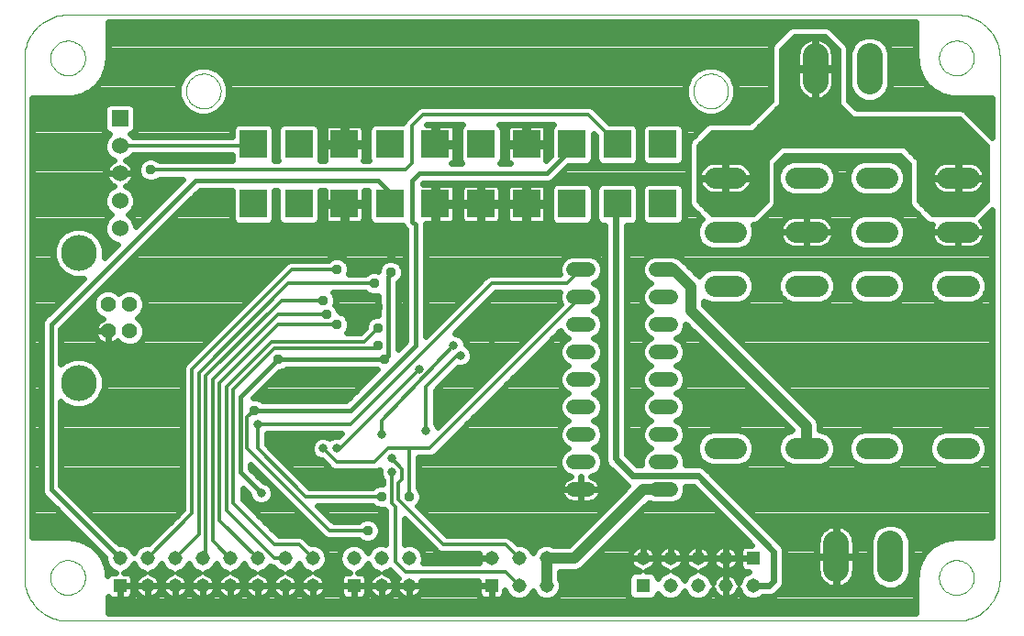
<source format=gbl>
G75*
G70*
%OFA0B0*%
%FSLAX24Y24*%
%IPPOS*%
%LPD*%
%AMOC8*
5,1,8,0,0,1.08239X$1,22.5*
%
%ADD10R,0.1004X0.1004*%
%ADD11C,0.0000*%
%ADD12R,0.0600X0.0600*%
%ADD13C,0.0600*%
%ADD14C,0.0520*%
%ADD15C,0.0780*%
%ADD16R,0.0515X0.0515*%
%ADD17C,0.0515*%
%ADD18C,0.0937*%
%ADD19C,0.1306*%
%ADD20C,0.0562*%
%ADD21C,0.0240*%
%ADD22C,0.0375*%
%ADD23C,0.0160*%
%ADD24C,0.0120*%
%ADD25C,0.0320*%
%ADD26C,0.0400*%
D10*
X013927Y022524D03*
X015580Y022524D03*
X017234Y022524D03*
X018887Y022524D03*
X020541Y022524D03*
X022194Y022524D03*
X023848Y022524D03*
X025502Y022524D03*
X027155Y022524D03*
X028809Y022524D03*
X028809Y024689D03*
X027155Y024689D03*
X025502Y024689D03*
X023848Y024689D03*
X022194Y024689D03*
X020541Y024689D03*
X018887Y024689D03*
X017234Y024689D03*
X015580Y024689D03*
X013927Y024689D03*
D11*
X007187Y007356D02*
X039470Y007356D01*
X038840Y008931D02*
X038842Y008981D01*
X038848Y009031D01*
X038858Y009080D01*
X038872Y009128D01*
X038889Y009175D01*
X038910Y009220D01*
X038935Y009264D01*
X038963Y009305D01*
X038995Y009344D01*
X039029Y009381D01*
X039066Y009415D01*
X039106Y009445D01*
X039148Y009472D01*
X039192Y009496D01*
X039238Y009517D01*
X039285Y009533D01*
X039333Y009546D01*
X039383Y009555D01*
X039432Y009560D01*
X039483Y009561D01*
X039533Y009558D01*
X039582Y009551D01*
X039631Y009540D01*
X039679Y009525D01*
X039725Y009507D01*
X039770Y009485D01*
X039813Y009459D01*
X039854Y009430D01*
X039893Y009398D01*
X039929Y009363D01*
X039961Y009325D01*
X039991Y009285D01*
X040018Y009242D01*
X040041Y009198D01*
X040060Y009152D01*
X040076Y009104D01*
X040088Y009055D01*
X040096Y009006D01*
X040100Y008956D01*
X040100Y008906D01*
X040096Y008856D01*
X040088Y008807D01*
X040076Y008758D01*
X040060Y008710D01*
X040041Y008664D01*
X040018Y008620D01*
X039991Y008577D01*
X039961Y008537D01*
X039929Y008499D01*
X039893Y008464D01*
X039854Y008432D01*
X039813Y008403D01*
X039770Y008377D01*
X039725Y008355D01*
X039679Y008337D01*
X039631Y008322D01*
X039582Y008311D01*
X039533Y008304D01*
X039483Y008301D01*
X039432Y008302D01*
X039383Y008307D01*
X039333Y008316D01*
X039285Y008329D01*
X039238Y008345D01*
X039192Y008366D01*
X039148Y008390D01*
X039106Y008417D01*
X039066Y008447D01*
X039029Y008481D01*
X038995Y008518D01*
X038963Y008557D01*
X038935Y008598D01*
X038910Y008642D01*
X038889Y008687D01*
X038872Y008734D01*
X038858Y008782D01*
X038848Y008831D01*
X038842Y008881D01*
X038840Y008931D01*
X039470Y007356D02*
X039547Y007358D01*
X039624Y007364D01*
X039701Y007373D01*
X039777Y007386D01*
X039853Y007403D01*
X039927Y007424D01*
X040001Y007448D01*
X040073Y007476D01*
X040143Y007507D01*
X040212Y007542D01*
X040280Y007580D01*
X040345Y007621D01*
X040408Y007666D01*
X040469Y007714D01*
X040528Y007764D01*
X040584Y007817D01*
X040637Y007873D01*
X040687Y007932D01*
X040735Y007993D01*
X040780Y008056D01*
X040821Y008121D01*
X040859Y008189D01*
X040894Y008258D01*
X040925Y008328D01*
X040953Y008400D01*
X040977Y008474D01*
X040998Y008548D01*
X041015Y008624D01*
X041028Y008700D01*
X041037Y008777D01*
X041043Y008854D01*
X041045Y008931D01*
X041045Y027829D01*
X038840Y027829D02*
X038842Y027879D01*
X038848Y027929D01*
X038858Y027978D01*
X038872Y028026D01*
X038889Y028073D01*
X038910Y028118D01*
X038935Y028162D01*
X038963Y028203D01*
X038995Y028242D01*
X039029Y028279D01*
X039066Y028313D01*
X039106Y028343D01*
X039148Y028370D01*
X039192Y028394D01*
X039238Y028415D01*
X039285Y028431D01*
X039333Y028444D01*
X039383Y028453D01*
X039432Y028458D01*
X039483Y028459D01*
X039533Y028456D01*
X039582Y028449D01*
X039631Y028438D01*
X039679Y028423D01*
X039725Y028405D01*
X039770Y028383D01*
X039813Y028357D01*
X039854Y028328D01*
X039893Y028296D01*
X039929Y028261D01*
X039961Y028223D01*
X039991Y028183D01*
X040018Y028140D01*
X040041Y028096D01*
X040060Y028050D01*
X040076Y028002D01*
X040088Y027953D01*
X040096Y027904D01*
X040100Y027854D01*
X040100Y027804D01*
X040096Y027754D01*
X040088Y027705D01*
X040076Y027656D01*
X040060Y027608D01*
X040041Y027562D01*
X040018Y027518D01*
X039991Y027475D01*
X039961Y027435D01*
X039929Y027397D01*
X039893Y027362D01*
X039854Y027330D01*
X039813Y027301D01*
X039770Y027275D01*
X039725Y027253D01*
X039679Y027235D01*
X039631Y027220D01*
X039582Y027209D01*
X039533Y027202D01*
X039483Y027199D01*
X039432Y027200D01*
X039383Y027205D01*
X039333Y027214D01*
X039285Y027227D01*
X039238Y027243D01*
X039192Y027264D01*
X039148Y027288D01*
X039106Y027315D01*
X039066Y027345D01*
X039029Y027379D01*
X038995Y027416D01*
X038963Y027455D01*
X038935Y027496D01*
X038910Y027540D01*
X038889Y027585D01*
X038872Y027632D01*
X038858Y027680D01*
X038848Y027729D01*
X038842Y027779D01*
X038840Y027829D01*
X039470Y029404D02*
X039547Y029402D01*
X039624Y029396D01*
X039701Y029387D01*
X039777Y029374D01*
X039853Y029357D01*
X039927Y029336D01*
X040001Y029312D01*
X040073Y029284D01*
X040143Y029253D01*
X040212Y029218D01*
X040280Y029180D01*
X040345Y029139D01*
X040408Y029094D01*
X040469Y029046D01*
X040528Y028996D01*
X040584Y028943D01*
X040637Y028887D01*
X040687Y028828D01*
X040735Y028767D01*
X040780Y028704D01*
X040821Y028639D01*
X040859Y028571D01*
X040894Y028502D01*
X040925Y028432D01*
X040953Y028360D01*
X040977Y028286D01*
X040998Y028212D01*
X041015Y028136D01*
X041028Y028060D01*
X041037Y027983D01*
X041043Y027906D01*
X041045Y027829D01*
X039470Y029404D02*
X007187Y029404D01*
X006557Y027829D02*
X006559Y027879D01*
X006565Y027929D01*
X006575Y027978D01*
X006589Y028026D01*
X006606Y028073D01*
X006627Y028118D01*
X006652Y028162D01*
X006680Y028203D01*
X006712Y028242D01*
X006746Y028279D01*
X006783Y028313D01*
X006823Y028343D01*
X006865Y028370D01*
X006909Y028394D01*
X006955Y028415D01*
X007002Y028431D01*
X007050Y028444D01*
X007100Y028453D01*
X007149Y028458D01*
X007200Y028459D01*
X007250Y028456D01*
X007299Y028449D01*
X007348Y028438D01*
X007396Y028423D01*
X007442Y028405D01*
X007487Y028383D01*
X007530Y028357D01*
X007571Y028328D01*
X007610Y028296D01*
X007646Y028261D01*
X007678Y028223D01*
X007708Y028183D01*
X007735Y028140D01*
X007758Y028096D01*
X007777Y028050D01*
X007793Y028002D01*
X007805Y027953D01*
X007813Y027904D01*
X007817Y027854D01*
X007817Y027804D01*
X007813Y027754D01*
X007805Y027705D01*
X007793Y027656D01*
X007777Y027608D01*
X007758Y027562D01*
X007735Y027518D01*
X007708Y027475D01*
X007678Y027435D01*
X007646Y027397D01*
X007610Y027362D01*
X007571Y027330D01*
X007530Y027301D01*
X007487Y027275D01*
X007442Y027253D01*
X007396Y027235D01*
X007348Y027220D01*
X007299Y027209D01*
X007250Y027202D01*
X007200Y027199D01*
X007149Y027200D01*
X007100Y027205D01*
X007050Y027214D01*
X007002Y027227D01*
X006955Y027243D01*
X006909Y027264D01*
X006865Y027288D01*
X006823Y027315D01*
X006783Y027345D01*
X006746Y027379D01*
X006712Y027416D01*
X006680Y027455D01*
X006652Y027496D01*
X006627Y027540D01*
X006606Y027585D01*
X006589Y027632D01*
X006575Y027680D01*
X006565Y027729D01*
X006559Y027779D01*
X006557Y027829D01*
X005612Y027829D02*
X005614Y027906D01*
X005620Y027983D01*
X005629Y028060D01*
X005642Y028136D01*
X005659Y028212D01*
X005680Y028286D01*
X005704Y028360D01*
X005732Y028432D01*
X005763Y028502D01*
X005798Y028571D01*
X005836Y028639D01*
X005877Y028704D01*
X005922Y028767D01*
X005970Y028828D01*
X006020Y028887D01*
X006073Y028943D01*
X006129Y028996D01*
X006188Y029046D01*
X006249Y029094D01*
X006312Y029139D01*
X006377Y029180D01*
X006445Y029218D01*
X006514Y029253D01*
X006584Y029284D01*
X006656Y029312D01*
X006730Y029336D01*
X006804Y029357D01*
X006880Y029374D01*
X006956Y029387D01*
X007033Y029396D01*
X007110Y029402D01*
X007187Y029404D01*
X005612Y027829D02*
X005612Y008931D01*
X006557Y008931D02*
X006559Y008981D01*
X006565Y009031D01*
X006575Y009080D01*
X006589Y009128D01*
X006606Y009175D01*
X006627Y009220D01*
X006652Y009264D01*
X006680Y009305D01*
X006712Y009344D01*
X006746Y009381D01*
X006783Y009415D01*
X006823Y009445D01*
X006865Y009472D01*
X006909Y009496D01*
X006955Y009517D01*
X007002Y009533D01*
X007050Y009546D01*
X007100Y009555D01*
X007149Y009560D01*
X007200Y009561D01*
X007250Y009558D01*
X007299Y009551D01*
X007348Y009540D01*
X007396Y009525D01*
X007442Y009507D01*
X007487Y009485D01*
X007530Y009459D01*
X007571Y009430D01*
X007610Y009398D01*
X007646Y009363D01*
X007678Y009325D01*
X007708Y009285D01*
X007735Y009242D01*
X007758Y009198D01*
X007777Y009152D01*
X007793Y009104D01*
X007805Y009055D01*
X007813Y009006D01*
X007817Y008956D01*
X007817Y008906D01*
X007813Y008856D01*
X007805Y008807D01*
X007793Y008758D01*
X007777Y008710D01*
X007758Y008664D01*
X007735Y008620D01*
X007708Y008577D01*
X007678Y008537D01*
X007646Y008499D01*
X007610Y008464D01*
X007571Y008432D01*
X007530Y008403D01*
X007487Y008377D01*
X007442Y008355D01*
X007396Y008337D01*
X007348Y008322D01*
X007299Y008311D01*
X007250Y008304D01*
X007200Y008301D01*
X007149Y008302D01*
X007100Y008307D01*
X007050Y008316D01*
X007002Y008329D01*
X006955Y008345D01*
X006909Y008366D01*
X006865Y008390D01*
X006823Y008417D01*
X006783Y008447D01*
X006746Y008481D01*
X006712Y008518D01*
X006680Y008557D01*
X006652Y008598D01*
X006627Y008642D01*
X006606Y008687D01*
X006589Y008734D01*
X006575Y008782D01*
X006565Y008831D01*
X006559Y008881D01*
X006557Y008931D01*
X005612Y008931D02*
X005614Y008854D01*
X005620Y008777D01*
X005629Y008700D01*
X005642Y008624D01*
X005659Y008548D01*
X005680Y008474D01*
X005704Y008400D01*
X005732Y008328D01*
X005763Y008258D01*
X005798Y008189D01*
X005836Y008121D01*
X005877Y008056D01*
X005922Y007993D01*
X005970Y007932D01*
X006020Y007873D01*
X006073Y007817D01*
X006129Y007764D01*
X006188Y007714D01*
X006249Y007666D01*
X006312Y007621D01*
X006377Y007580D01*
X006445Y007542D01*
X006514Y007507D01*
X006584Y007476D01*
X006656Y007448D01*
X006730Y007424D01*
X006804Y007403D01*
X006880Y007386D01*
X006956Y007373D01*
X007033Y007364D01*
X007110Y007358D01*
X007187Y007356D01*
X011486Y026630D02*
X011488Y026680D01*
X011494Y026730D01*
X011504Y026779D01*
X011518Y026827D01*
X011535Y026874D01*
X011556Y026919D01*
X011581Y026963D01*
X011609Y027004D01*
X011641Y027043D01*
X011675Y027080D01*
X011712Y027114D01*
X011752Y027144D01*
X011794Y027171D01*
X011838Y027195D01*
X011884Y027216D01*
X011931Y027232D01*
X011979Y027245D01*
X012029Y027254D01*
X012078Y027259D01*
X012129Y027260D01*
X012179Y027257D01*
X012228Y027250D01*
X012277Y027239D01*
X012325Y027224D01*
X012371Y027206D01*
X012416Y027184D01*
X012459Y027158D01*
X012500Y027129D01*
X012539Y027097D01*
X012575Y027062D01*
X012607Y027024D01*
X012637Y026984D01*
X012664Y026941D01*
X012687Y026897D01*
X012706Y026851D01*
X012722Y026803D01*
X012734Y026754D01*
X012742Y026705D01*
X012746Y026655D01*
X012746Y026605D01*
X012742Y026555D01*
X012734Y026506D01*
X012722Y026457D01*
X012706Y026409D01*
X012687Y026363D01*
X012664Y026319D01*
X012637Y026276D01*
X012607Y026236D01*
X012575Y026198D01*
X012539Y026163D01*
X012500Y026131D01*
X012459Y026102D01*
X012416Y026076D01*
X012371Y026054D01*
X012325Y026036D01*
X012277Y026021D01*
X012228Y026010D01*
X012179Y026003D01*
X012129Y026000D01*
X012078Y026001D01*
X012029Y026006D01*
X011979Y026015D01*
X011931Y026028D01*
X011884Y026044D01*
X011838Y026065D01*
X011794Y026089D01*
X011752Y026116D01*
X011712Y026146D01*
X011675Y026180D01*
X011641Y026217D01*
X011609Y026256D01*
X011581Y026297D01*
X011556Y026341D01*
X011535Y026386D01*
X011518Y026433D01*
X011504Y026481D01*
X011494Y026530D01*
X011488Y026580D01*
X011486Y026630D01*
X029911Y026630D02*
X029913Y026680D01*
X029919Y026730D01*
X029929Y026779D01*
X029943Y026827D01*
X029960Y026874D01*
X029981Y026919D01*
X030006Y026963D01*
X030034Y027004D01*
X030066Y027043D01*
X030100Y027080D01*
X030137Y027114D01*
X030177Y027144D01*
X030219Y027171D01*
X030263Y027195D01*
X030309Y027216D01*
X030356Y027232D01*
X030404Y027245D01*
X030454Y027254D01*
X030503Y027259D01*
X030554Y027260D01*
X030604Y027257D01*
X030653Y027250D01*
X030702Y027239D01*
X030750Y027224D01*
X030796Y027206D01*
X030841Y027184D01*
X030884Y027158D01*
X030925Y027129D01*
X030964Y027097D01*
X031000Y027062D01*
X031032Y027024D01*
X031062Y026984D01*
X031089Y026941D01*
X031112Y026897D01*
X031131Y026851D01*
X031147Y026803D01*
X031159Y026754D01*
X031167Y026705D01*
X031171Y026655D01*
X031171Y026605D01*
X031167Y026555D01*
X031159Y026506D01*
X031147Y026457D01*
X031131Y026409D01*
X031112Y026363D01*
X031089Y026319D01*
X031062Y026276D01*
X031032Y026236D01*
X031000Y026198D01*
X030964Y026163D01*
X030925Y026131D01*
X030884Y026102D01*
X030841Y026076D01*
X030796Y026054D01*
X030750Y026036D01*
X030702Y026021D01*
X030653Y026010D01*
X030604Y026003D01*
X030554Y026000D01*
X030503Y026001D01*
X030454Y026006D01*
X030404Y026015D01*
X030356Y026028D01*
X030309Y026044D01*
X030263Y026065D01*
X030219Y026089D01*
X030177Y026116D01*
X030137Y026146D01*
X030100Y026180D01*
X030066Y026217D01*
X030034Y026256D01*
X030006Y026297D01*
X029981Y026341D01*
X029960Y026386D01*
X029943Y026433D01*
X029929Y026481D01*
X029919Y026530D01*
X029913Y026580D01*
X029911Y026630D01*
D12*
X009078Y025630D03*
D13*
X009078Y024630D03*
X009078Y023630D03*
X009078Y022630D03*
X009078Y021630D03*
D14*
X025568Y020130D02*
X026088Y020130D01*
X026088Y019130D02*
X025568Y019130D01*
X025568Y018130D02*
X026088Y018130D01*
X026088Y017130D02*
X025568Y017130D01*
X025568Y016130D02*
X026088Y016130D01*
X026088Y015130D02*
X025568Y015130D01*
X025568Y014130D02*
X026088Y014130D01*
X026088Y013130D02*
X025568Y013130D01*
X025568Y012130D02*
X026088Y012130D01*
X028568Y012130D02*
X029088Y012130D01*
X029088Y013130D02*
X028568Y013130D01*
X028568Y014130D02*
X029088Y014130D01*
X029088Y015130D02*
X028568Y015130D01*
X028568Y016130D02*
X029088Y016130D01*
X029088Y017130D02*
X028568Y017130D01*
X028568Y018130D02*
X029088Y018130D01*
X029088Y019130D02*
X028568Y019130D01*
X028568Y020130D02*
X029088Y020130D01*
D15*
X030688Y019540D02*
X031468Y019540D01*
X033638Y019540D02*
X034418Y019540D01*
X036188Y019540D02*
X036968Y019540D01*
X039138Y019540D02*
X039918Y019540D01*
X039918Y021500D02*
X039138Y021500D01*
X036968Y021500D02*
X036188Y021500D01*
X034418Y021500D02*
X033638Y021500D01*
X031468Y021500D02*
X030688Y021500D01*
X030688Y023470D02*
X031468Y023470D01*
X033638Y023470D02*
X034418Y023470D01*
X036188Y023470D02*
X036968Y023470D01*
X039138Y023470D02*
X039918Y023470D01*
X039918Y013630D02*
X039138Y013630D01*
X036968Y013630D02*
X036188Y013630D01*
X034418Y013630D02*
X033638Y013630D01*
X031468Y013630D02*
X030688Y013630D01*
D16*
X032078Y009630D03*
X028078Y008630D03*
X022578Y008630D03*
X017578Y008630D03*
X009078Y008630D03*
D17*
X010078Y008630D03*
X011078Y008630D03*
X012078Y008630D03*
X013078Y008630D03*
X014078Y008630D03*
X015078Y008630D03*
X016078Y008630D03*
X016078Y009630D03*
X015078Y009630D03*
X014078Y009630D03*
X013078Y009630D03*
X012078Y009630D03*
X011078Y009630D03*
X010078Y009630D03*
X009078Y009630D03*
X017578Y009630D03*
X018578Y009630D03*
X019578Y009630D03*
X019578Y008630D03*
X018578Y008630D03*
X022578Y009630D03*
X023578Y009630D03*
X024578Y009630D03*
X024578Y008630D03*
X023578Y008630D03*
X028078Y009630D03*
X029078Y009630D03*
X030078Y009630D03*
X031078Y009630D03*
X031078Y008630D03*
X030078Y008630D03*
X029078Y008630D03*
X032078Y008630D03*
D18*
X035094Y009234D02*
X035094Y010171D01*
X037063Y010171D02*
X037063Y009234D01*
X036313Y026964D02*
X036313Y027901D01*
X034344Y027901D02*
X034344Y026964D01*
D19*
X007578Y020750D03*
X007578Y016010D03*
D20*
X008645Y017888D03*
X009433Y017888D03*
X009433Y018872D03*
X008645Y018872D03*
D21*
X008444Y018348D02*
X008327Y018396D01*
X008170Y018554D01*
X008084Y018761D01*
X008084Y018984D01*
X008170Y019190D01*
X008327Y019348D01*
X008534Y019433D01*
X008757Y019433D01*
X008963Y019348D01*
X009039Y019272D01*
X009115Y019348D01*
X009321Y019433D01*
X009544Y019433D01*
X009751Y019348D01*
X009908Y019190D01*
X009994Y018984D01*
X009994Y018761D01*
X009908Y018554D01*
X009751Y018396D01*
X009711Y018380D01*
X009751Y018364D01*
X009908Y018206D01*
X009994Y017999D01*
X009994Y017776D01*
X009908Y017570D01*
X009751Y017412D01*
X009544Y017327D01*
X009321Y017327D01*
X009115Y017412D01*
X008997Y017530D01*
X008972Y017506D01*
X008908Y017459D01*
X008838Y017423D01*
X008763Y017399D01*
X008685Y017387D01*
X008645Y017387D01*
X008645Y017888D01*
X008645Y017888D01*
X008144Y017888D01*
X008144Y017927D01*
X008157Y018005D01*
X008181Y018080D01*
X008217Y018151D01*
X008263Y018214D01*
X008319Y018270D01*
X008383Y018316D01*
X008444Y018348D01*
X008428Y018340D02*
X007297Y018340D01*
X007535Y018578D02*
X008160Y018578D01*
X008084Y018817D02*
X007774Y018817D01*
X008012Y019055D02*
X008114Y019055D01*
X008251Y019294D02*
X008273Y019294D01*
X008489Y019532D02*
X014250Y019532D01*
X014488Y019771D02*
X008728Y019771D01*
X008966Y020009D02*
X014727Y020009D01*
X014965Y020248D02*
X009205Y020248D01*
X009443Y020486D02*
X016648Y020486D01*
X016632Y020470D02*
X015261Y020470D01*
X015136Y020418D01*
X011511Y016793D01*
X011415Y016698D01*
X011363Y016573D01*
X011363Y011396D01*
X010135Y010167D01*
X009971Y010167D01*
X009774Y010086D01*
X009623Y009934D01*
X009578Y009827D01*
X009534Y009934D01*
X009383Y010086D01*
X009185Y010167D01*
X009050Y010167D01*
X006938Y012279D01*
X006938Y015331D01*
X007050Y015219D01*
X007393Y015077D01*
X007764Y015077D01*
X008107Y015219D01*
X008369Y015482D01*
X008511Y015824D01*
X008511Y016195D01*
X008369Y016538D01*
X008107Y016801D01*
X007764Y016943D01*
X007393Y016943D01*
X007050Y016801D01*
X006938Y016689D01*
X006938Y017981D01*
X011977Y023020D01*
X013145Y023020D01*
X013145Y021966D01*
X013187Y021863D01*
X013266Y021784D01*
X013369Y021742D01*
X014484Y021742D01*
X014587Y021784D01*
X014666Y021863D01*
X014709Y021966D01*
X014709Y023020D01*
X014798Y023020D01*
X014798Y021966D01*
X014841Y021863D01*
X014920Y021784D01*
X015023Y021742D01*
X016138Y021742D01*
X016241Y021784D01*
X016320Y021863D01*
X016362Y021966D01*
X016362Y023020D01*
X016512Y023020D01*
X016512Y022571D01*
X017187Y022571D01*
X017187Y022476D01*
X017281Y022476D01*
X017281Y021802D01*
X017765Y021802D01*
X017821Y021817D01*
X017871Y021846D01*
X017912Y021887D01*
X017941Y021937D01*
X017956Y021993D01*
X017956Y022476D01*
X017281Y022476D01*
X017281Y022571D01*
X017956Y022571D01*
X017956Y023020D01*
X018105Y023020D01*
X018105Y021966D01*
X018148Y021863D01*
X018227Y021784D01*
X018330Y021742D01*
X019371Y021742D01*
X019398Y021676D01*
X019468Y021606D01*
X019468Y017529D01*
X019188Y017249D01*
X019188Y019656D01*
X019311Y019779D01*
X019382Y019950D01*
X019382Y020136D01*
X019311Y020308D01*
X019180Y020440D01*
X019008Y020511D01*
X018822Y020511D01*
X018650Y020440D01*
X018519Y020308D01*
X018447Y020136D01*
X018447Y020087D01*
X018421Y020097D01*
X018235Y020097D01*
X018064Y020026D01*
X018007Y019970D01*
X017393Y019970D01*
X017421Y020037D01*
X017421Y020223D01*
X017350Y020395D01*
X017218Y020526D01*
X017046Y020597D01*
X016860Y020597D01*
X016689Y020526D01*
X016632Y020470D01*
X017258Y020486D02*
X018762Y020486D01*
X019068Y020486D02*
X019468Y020486D01*
X019468Y020248D02*
X019336Y020248D01*
X019382Y020009D02*
X019468Y020009D01*
X019468Y019771D02*
X019303Y019771D01*
X019188Y019532D02*
X019468Y019532D01*
X019468Y019294D02*
X019188Y019294D01*
X019188Y019055D02*
X019468Y019055D01*
X019468Y018817D02*
X019188Y018817D01*
X019188Y018578D02*
X019468Y018578D01*
X019468Y018340D02*
X019188Y018340D01*
X019188Y018101D02*
X019468Y018101D01*
X019468Y017863D02*
X019188Y017863D01*
X019188Y017624D02*
X019468Y017624D01*
X019325Y017386D02*
X019188Y017386D01*
X020188Y017721D02*
X020188Y021802D01*
X020494Y021802D01*
X020494Y022476D01*
X020588Y022476D01*
X020588Y021802D01*
X021072Y021802D01*
X021128Y021817D01*
X021178Y021846D01*
X021219Y021887D01*
X021248Y021937D01*
X021263Y021993D01*
X021263Y022476D01*
X020588Y022476D01*
X020588Y022571D01*
X020494Y022571D01*
X020494Y023246D01*
X020078Y023246D01*
X020102Y023270D01*
X024650Y023270D01*
X024782Y023325D01*
X024884Y023426D01*
X025365Y023907D01*
X026059Y023907D01*
X026162Y023950D01*
X026241Y024028D01*
X026284Y024131D01*
X026284Y025080D01*
X026373Y024990D01*
X026373Y024131D01*
X026416Y024028D01*
X026495Y023950D01*
X026597Y023907D01*
X027713Y023907D01*
X027816Y023950D01*
X027894Y024028D01*
X027937Y024131D01*
X027937Y025247D01*
X027894Y025350D01*
X027816Y025428D01*
X027713Y025471D01*
X026854Y025471D01*
X026282Y026043D01*
X026157Y026095D01*
X020011Y026095D01*
X019886Y026043D01*
X019790Y025948D01*
X019415Y025573D01*
X019373Y025471D01*
X018330Y025471D01*
X018227Y025428D01*
X018148Y025350D01*
X018105Y025247D01*
X018105Y024131D01*
X018121Y024095D01*
X017937Y024095D01*
X017941Y024102D01*
X017956Y024158D01*
X017956Y024642D01*
X017281Y024642D01*
X017281Y024736D01*
X017956Y024736D01*
X017956Y025220D01*
X017941Y025276D01*
X017912Y025326D01*
X017871Y025367D01*
X017821Y025396D01*
X017765Y025411D01*
X017281Y025411D01*
X017281Y024736D01*
X017187Y024736D01*
X017187Y024642D01*
X016512Y024642D01*
X016512Y024158D01*
X016527Y024102D01*
X016531Y024095D01*
X016347Y024095D01*
X016362Y024131D01*
X016362Y025247D01*
X016320Y025350D01*
X016241Y025428D01*
X016138Y025471D01*
X015023Y025471D01*
X014920Y025428D01*
X014841Y025350D01*
X014798Y025247D01*
X014798Y024131D01*
X014813Y024095D01*
X014694Y024095D01*
X014709Y024131D01*
X014709Y025247D01*
X014666Y025350D01*
X014587Y025428D01*
X014484Y025471D01*
X013369Y025471D01*
X013266Y025428D01*
X013187Y025350D01*
X013145Y025247D01*
X013145Y024970D01*
X009559Y024970D01*
X009466Y025063D01*
X009537Y025093D01*
X009616Y025171D01*
X009658Y025274D01*
X009658Y025986D01*
X009616Y026089D01*
X009537Y026167D01*
X009434Y026210D01*
X008723Y026210D01*
X008620Y026167D01*
X008541Y026089D01*
X008498Y025986D01*
X008498Y025274D01*
X008541Y025171D01*
X008620Y025093D01*
X008691Y025063D01*
X008587Y024959D01*
X008498Y024745D01*
X008498Y024515D01*
X008587Y024301D01*
X008750Y024138D01*
X008849Y024097D01*
X008806Y024075D01*
X008740Y024027D01*
X008682Y023969D01*
X008634Y023903D01*
X008596Y023830D01*
X008571Y023752D01*
X008558Y023671D01*
X008558Y023630D01*
X008558Y023589D01*
X008571Y023508D01*
X008596Y023430D01*
X008634Y023357D01*
X008682Y023291D01*
X008740Y023233D01*
X008806Y023185D01*
X008849Y023163D01*
X008750Y023122D01*
X008587Y022959D01*
X008498Y022745D01*
X008498Y022515D01*
X008587Y022301D01*
X008750Y022138D01*
X008770Y022130D01*
X008750Y022122D01*
X008587Y021959D01*
X008498Y021745D01*
X008498Y021515D01*
X008587Y021301D01*
X008750Y021138D01*
X008963Y021050D01*
X008989Y021050D01*
X008511Y020572D01*
X008511Y020936D01*
X008369Y021278D01*
X008107Y021541D01*
X007764Y021683D01*
X007393Y021683D01*
X007050Y021541D01*
X006788Y021278D01*
X006646Y020936D01*
X006646Y020565D01*
X006788Y020222D01*
X007050Y019959D01*
X007393Y019817D01*
X007757Y019817D01*
X006374Y018435D01*
X006273Y018334D01*
X006218Y018202D01*
X006218Y012058D01*
X006273Y011926D01*
X008541Y009658D01*
X008541Y009523D01*
X008623Y009326D01*
X008774Y009174D01*
X008935Y009107D01*
X008792Y009107D01*
X008736Y009092D01*
X008686Y009064D01*
X008645Y009023D01*
X008642Y009018D01*
X008637Y009084D01*
X008641Y009104D01*
X008634Y009139D01*
X008631Y009175D01*
X008622Y009193D01*
X008601Y009289D01*
X008602Y009310D01*
X008589Y009343D01*
X008582Y009378D01*
X008570Y009395D01*
X008536Y009487D01*
X008533Y009507D01*
X008516Y009538D01*
X008504Y009572D01*
X008490Y009587D01*
X008443Y009673D01*
X008438Y009693D01*
X008416Y009722D01*
X008399Y009753D01*
X008383Y009766D01*
X008324Y009844D01*
X008317Y009863D01*
X008291Y009888D01*
X008270Y009917D01*
X008252Y009927D01*
X008183Y009997D01*
X008172Y010015D01*
X008144Y010036D01*
X008119Y010061D01*
X008100Y010069D01*
X008021Y010128D01*
X008008Y010144D01*
X007977Y010161D01*
X007948Y010182D01*
X007928Y010187D01*
X007842Y010234D01*
X007827Y010248D01*
X007794Y010261D01*
X007763Y010278D01*
X007742Y010280D01*
X007650Y010314D01*
X007633Y010326D01*
X007598Y010334D01*
X007565Y010346D01*
X007545Y010346D01*
X007449Y010366D01*
X007430Y010376D01*
X007395Y010378D01*
X007360Y010386D01*
X007340Y010382D01*
X007252Y010388D01*
X007242Y010392D01*
X007197Y010392D01*
X007151Y010396D01*
X007141Y010392D01*
X005892Y010392D01*
X005892Y026368D01*
X007141Y026368D01*
X007151Y026364D01*
X007197Y026368D01*
X007242Y026368D01*
X007252Y026372D01*
X007340Y026378D01*
X007360Y026374D01*
X007395Y026382D01*
X007430Y026384D01*
X007449Y026394D01*
X007545Y026414D01*
X007565Y026414D01*
X007598Y026426D01*
X007633Y026434D01*
X007650Y026446D01*
X007742Y026480D01*
X007763Y026482D01*
X007794Y026499D01*
X007827Y026512D01*
X007842Y026526D01*
X007928Y026573D01*
X007948Y026578D01*
X007977Y026599D01*
X008008Y026616D01*
X008021Y026632D01*
X008100Y026691D01*
X008119Y026699D01*
X008144Y026724D01*
X008172Y026745D01*
X008183Y026763D01*
X008252Y026833D01*
X008270Y026843D01*
X008291Y026872D01*
X008317Y026897D01*
X008324Y026916D01*
X008383Y026994D01*
X008399Y027007D01*
X008416Y027038D01*
X008438Y027067D01*
X008443Y027087D01*
X008490Y027173D01*
X008504Y027188D01*
X008516Y027222D01*
X008533Y027253D01*
X008536Y027273D01*
X008570Y027365D01*
X008582Y027382D01*
X008589Y027417D01*
X008602Y027450D01*
X008601Y027471D01*
X008622Y027567D01*
X008631Y027585D01*
X008634Y027621D01*
X008641Y027656D01*
X008637Y027676D01*
X008644Y027764D01*
X008648Y027773D01*
X008648Y027819D01*
X008651Y027864D01*
X008648Y027874D01*
X008648Y029124D01*
X038009Y029124D01*
X038009Y027874D01*
X038006Y027864D01*
X038009Y027819D01*
X038009Y027773D01*
X038013Y027764D01*
X038019Y027676D01*
X038016Y027656D01*
X038023Y027621D01*
X038026Y027585D01*
X038035Y027567D01*
X038056Y027471D01*
X038055Y027450D01*
X038067Y027417D01*
X038075Y027382D01*
X038087Y027365D01*
X038121Y027273D01*
X038123Y027253D01*
X038140Y027222D01*
X038153Y027188D01*
X038167Y027173D01*
X038214Y027087D01*
X038219Y027067D01*
X038240Y027038D01*
X038257Y027007D01*
X038273Y026994D01*
X038332Y026916D01*
X038340Y026897D01*
X038365Y026872D01*
X038387Y026843D01*
X038404Y026833D01*
X038474Y026763D01*
X038484Y026745D01*
X038513Y026724D01*
X038538Y026699D01*
X038557Y026691D01*
X038636Y026632D01*
X038648Y026616D01*
X038680Y026599D01*
X038708Y026578D01*
X038728Y026573D01*
X038814Y026526D01*
X038829Y026512D01*
X038863Y026499D01*
X038894Y026482D01*
X038915Y026480D01*
X039007Y026446D01*
X039023Y026434D01*
X039058Y026426D01*
X039092Y026414D01*
X039112Y026414D01*
X039208Y026394D01*
X039226Y026384D01*
X039262Y026382D01*
X039297Y026374D01*
X039317Y026378D01*
X039405Y026372D01*
X039414Y026368D01*
X039460Y026368D01*
X039506Y026364D01*
X039515Y026368D01*
X040765Y026368D01*
X040765Y024953D01*
X039782Y025935D01*
X039650Y025990D01*
X035852Y025990D01*
X035563Y026279D01*
X035563Y028202D01*
X035509Y028334D01*
X035407Y028435D01*
X034907Y028935D01*
X034775Y028990D01*
X033507Y028990D01*
X033374Y028935D01*
X033273Y028834D01*
X032874Y028435D01*
X032773Y028334D01*
X032718Y028202D01*
X032718Y026279D01*
X031929Y025490D01*
X030507Y025490D01*
X030374Y025435D01*
X030273Y025334D01*
X029773Y024834D01*
X029718Y024702D01*
X029718Y022558D01*
X029773Y022426D01*
X029874Y022325D01*
X030220Y021979D01*
X030120Y021880D01*
X030018Y021633D01*
X030018Y021367D01*
X030120Y021120D01*
X030309Y020932D01*
X030555Y020830D01*
X031602Y020830D01*
X031848Y020932D01*
X032036Y021120D01*
X032138Y021367D01*
X032138Y021633D01*
X032082Y021770D01*
X032150Y021770D01*
X032282Y021825D01*
X032384Y021926D01*
X032884Y022426D01*
X032938Y022558D01*
X032938Y023981D01*
X033227Y024270D01*
X037429Y024270D01*
X037718Y023981D01*
X037718Y022558D01*
X037773Y022426D01*
X037874Y022325D01*
X038374Y021825D01*
X038507Y021770D01*
X038591Y021770D01*
X038573Y021734D01*
X038543Y021643D01*
X038528Y021548D01*
X038528Y021510D01*
X039518Y021510D01*
X039518Y021490D01*
X038528Y021490D01*
X038528Y021452D01*
X038543Y021357D01*
X038573Y021266D01*
X038617Y021180D01*
X038673Y021103D01*
X038741Y021035D01*
X038819Y020978D01*
X038904Y020935D01*
X038996Y020905D01*
X039090Y020890D01*
X039518Y020890D01*
X039518Y021490D01*
X039538Y021490D01*
X039538Y020890D01*
X039966Y020890D01*
X040061Y020905D01*
X040153Y020935D01*
X040238Y020978D01*
X040316Y021035D01*
X040384Y021103D01*
X040440Y021180D01*
X040484Y021266D01*
X040513Y021357D01*
X040528Y021452D01*
X040528Y021490D01*
X039538Y021490D01*
X039538Y021510D01*
X040528Y021510D01*
X040528Y021548D01*
X040513Y021643D01*
X040484Y021734D01*
X040440Y021820D01*
X040384Y021897D01*
X040369Y021912D01*
X040384Y021926D01*
X040765Y022307D01*
X040765Y010392D01*
X039515Y010392D01*
X039506Y010396D01*
X039460Y010392D01*
X039414Y010392D01*
X039405Y010388D01*
X039317Y010382D01*
X039297Y010386D01*
X039262Y010378D01*
X039226Y010376D01*
X039208Y010366D01*
X039112Y010346D01*
X039092Y010346D01*
X039058Y010334D01*
X039023Y010326D01*
X039007Y010314D01*
X038915Y010280D01*
X038894Y010278D01*
X038863Y010261D01*
X038829Y010248D01*
X038814Y010234D01*
X038728Y010187D01*
X038708Y010182D01*
X038680Y010161D01*
X038648Y010144D01*
X038636Y010128D01*
X038557Y010069D01*
X038538Y010061D01*
X038513Y010036D01*
X038484Y010015D01*
X038474Y009997D01*
X038404Y009927D01*
X038387Y009917D01*
X038365Y009888D01*
X038340Y009863D01*
X038332Y009844D01*
X038273Y009766D01*
X038257Y009753D01*
X038240Y009722D01*
X038219Y009693D01*
X038214Y009673D01*
X038167Y009587D01*
X038153Y009572D01*
X038140Y009538D01*
X038123Y009507D01*
X038121Y009487D01*
X038087Y009395D01*
X038075Y009378D01*
X038067Y009343D01*
X038055Y009310D01*
X038056Y009289D01*
X038035Y009193D01*
X038026Y009175D01*
X038023Y009139D01*
X038016Y009104D01*
X038019Y009084D01*
X038013Y008996D01*
X038009Y008987D01*
X038009Y008941D01*
X038006Y008896D01*
X038009Y008886D01*
X038009Y007636D01*
X008648Y007636D01*
X008648Y008235D01*
X008686Y008196D01*
X008736Y008168D01*
X008792Y008153D01*
X009078Y008153D01*
X009078Y008630D01*
X009078Y008630D01*
X009078Y008153D01*
X009365Y008153D01*
X009421Y008168D01*
X009471Y008196D01*
X009512Y008237D01*
X009541Y008288D01*
X009556Y008344D01*
X009556Y008630D01*
X009556Y008916D01*
X009541Y008972D01*
X009512Y009023D01*
X009471Y009064D01*
X009421Y009092D01*
X009365Y009107D01*
X009221Y009107D01*
X009383Y009174D01*
X009534Y009326D01*
X009578Y009433D01*
X009623Y009326D01*
X009774Y009174D01*
X009965Y009095D01*
X009895Y009072D01*
X009828Y009038D01*
X009767Y008994D01*
X009714Y008941D01*
X009670Y008880D01*
X009636Y008813D01*
X009613Y008742D01*
X009601Y008668D01*
X009601Y008630D01*
X009601Y008592D01*
X009613Y008518D01*
X009636Y008447D01*
X009670Y008380D01*
X009714Y008319D01*
X009767Y008266D01*
X009828Y008222D01*
X009895Y008188D01*
X009967Y008164D01*
X010041Y008153D01*
X010078Y008153D01*
X010078Y008630D01*
X009601Y008630D01*
X010078Y008630D01*
X010078Y008630D01*
X010078Y008630D01*
X010078Y008153D01*
X010116Y008153D01*
X010190Y008164D01*
X010262Y008188D01*
X010329Y008222D01*
X010389Y008266D01*
X010443Y008319D01*
X010487Y008380D01*
X010521Y008447D01*
X010544Y008518D01*
X010556Y008592D01*
X010556Y008630D01*
X010556Y008668D01*
X010544Y008742D01*
X010521Y008813D01*
X010487Y008880D01*
X010443Y008941D01*
X010389Y008994D01*
X010329Y009038D01*
X010828Y009038D01*
X010767Y008994D01*
X010714Y008941D01*
X010670Y008880D01*
X010636Y008813D01*
X010613Y008742D01*
X010601Y008668D01*
X010601Y008630D01*
X010601Y008592D01*
X010613Y008518D01*
X010636Y008447D01*
X010670Y008380D01*
X010714Y008319D01*
X010767Y008266D01*
X010828Y008222D01*
X010895Y008188D01*
X010967Y008164D01*
X011041Y008153D01*
X011078Y008153D01*
X011078Y008630D01*
X010601Y008630D01*
X011078Y008630D01*
X011078Y008630D01*
X011078Y008630D01*
X011078Y008153D01*
X011116Y008153D01*
X011190Y008164D01*
X011262Y008188D01*
X011329Y008222D01*
X011389Y008266D01*
X011443Y008319D01*
X011487Y008380D01*
X011521Y008447D01*
X011544Y008518D01*
X011556Y008592D01*
X011556Y008630D01*
X011556Y008668D01*
X011544Y008742D01*
X011521Y008813D01*
X011487Y008880D01*
X011443Y008941D01*
X011389Y008994D01*
X011329Y009038D01*
X011828Y009038D01*
X011767Y008994D01*
X011714Y008941D01*
X011670Y008880D01*
X011636Y008813D01*
X011613Y008742D01*
X011601Y008668D01*
X011601Y008630D01*
X011601Y008592D01*
X011613Y008518D01*
X011636Y008447D01*
X011670Y008380D01*
X011714Y008319D01*
X011767Y008266D01*
X011828Y008222D01*
X011895Y008188D01*
X011967Y008164D01*
X012041Y008153D01*
X012078Y008153D01*
X012078Y008630D01*
X011601Y008630D01*
X012078Y008630D01*
X012078Y008630D01*
X012078Y008630D01*
X012078Y008153D01*
X012116Y008153D01*
X012190Y008164D01*
X012262Y008188D01*
X012329Y008222D01*
X012389Y008266D01*
X012443Y008319D01*
X012487Y008380D01*
X012521Y008447D01*
X012544Y008518D01*
X012556Y008592D01*
X012556Y008630D01*
X012556Y008668D01*
X012544Y008742D01*
X012521Y008813D01*
X012487Y008880D01*
X012443Y008941D01*
X012389Y008994D01*
X012329Y009038D01*
X012828Y009038D01*
X012767Y008994D01*
X012714Y008941D01*
X012670Y008880D01*
X012636Y008813D01*
X012613Y008742D01*
X012601Y008668D01*
X012601Y008630D01*
X012601Y008592D01*
X012613Y008518D01*
X012636Y008447D01*
X012670Y008380D01*
X012714Y008319D01*
X012767Y008266D01*
X012828Y008222D01*
X012895Y008188D01*
X012967Y008164D01*
X013041Y008153D01*
X013078Y008153D01*
X013078Y008630D01*
X012601Y008630D01*
X013078Y008630D01*
X013078Y008630D01*
X013078Y008630D01*
X013078Y008153D01*
X013116Y008153D01*
X013190Y008164D01*
X013262Y008188D01*
X013329Y008222D01*
X013389Y008266D01*
X013443Y008319D01*
X013487Y008380D01*
X013521Y008447D01*
X013544Y008518D01*
X013556Y008592D01*
X013556Y008630D01*
X013556Y008668D01*
X013544Y008742D01*
X013521Y008813D01*
X013487Y008880D01*
X013443Y008941D01*
X013389Y008994D01*
X013329Y009038D01*
X013828Y009038D01*
X013767Y008994D01*
X013714Y008941D01*
X013670Y008880D01*
X013636Y008813D01*
X013613Y008742D01*
X013601Y008668D01*
X013601Y008630D01*
X013601Y008592D01*
X013613Y008518D01*
X013636Y008447D01*
X013670Y008380D01*
X013714Y008319D01*
X013767Y008266D01*
X013828Y008222D01*
X013895Y008188D01*
X013967Y008164D01*
X014041Y008153D01*
X014078Y008153D01*
X014078Y008630D01*
X013601Y008630D01*
X014078Y008630D01*
X014078Y008630D01*
X014078Y008630D01*
X014078Y008153D01*
X014116Y008153D01*
X014190Y008164D01*
X014262Y008188D01*
X014329Y008222D01*
X014389Y008266D01*
X014443Y008319D01*
X014487Y008380D01*
X014521Y008447D01*
X014544Y008518D01*
X014556Y008592D01*
X014556Y008630D01*
X014556Y008668D01*
X014544Y008742D01*
X014521Y008813D01*
X014487Y008880D01*
X014443Y008941D01*
X014389Y008994D01*
X014329Y009038D01*
X014828Y009038D01*
X014767Y008994D01*
X014714Y008941D01*
X014670Y008880D01*
X014636Y008813D01*
X014613Y008742D01*
X014601Y008668D01*
X014601Y008630D01*
X014601Y008592D01*
X014613Y008518D01*
X014636Y008447D01*
X014670Y008380D01*
X014714Y008319D01*
X014767Y008266D01*
X014828Y008222D01*
X014895Y008188D01*
X014967Y008164D01*
X015041Y008153D01*
X015078Y008153D01*
X015078Y008630D01*
X014601Y008630D01*
X015078Y008630D01*
X015078Y008630D01*
X015078Y008630D01*
X015078Y008153D01*
X015116Y008153D01*
X015190Y008164D01*
X015262Y008188D01*
X015329Y008222D01*
X015389Y008266D01*
X015443Y008319D01*
X015487Y008380D01*
X015521Y008447D01*
X015544Y008518D01*
X015556Y008592D01*
X015556Y008630D01*
X015556Y008668D01*
X015544Y008742D01*
X015521Y008813D01*
X015487Y008880D01*
X015443Y008941D01*
X015389Y008994D01*
X015329Y009038D01*
X015828Y009038D01*
X015767Y008994D01*
X015714Y008941D01*
X015670Y008880D01*
X015636Y008813D01*
X015613Y008742D01*
X015601Y008668D01*
X015601Y008630D01*
X015601Y008592D01*
X015613Y008518D01*
X015636Y008447D01*
X015670Y008380D01*
X015714Y008319D01*
X015767Y008266D01*
X015828Y008222D01*
X015895Y008188D01*
X015967Y008164D01*
X016041Y008153D01*
X016078Y008153D01*
X016078Y008630D01*
X015601Y008630D01*
X016078Y008630D01*
X016078Y008630D01*
X016078Y008630D01*
X016078Y008153D01*
X016116Y008153D01*
X016190Y008164D01*
X016262Y008188D01*
X016329Y008222D01*
X016389Y008266D01*
X016443Y008319D01*
X016487Y008380D01*
X016521Y008447D01*
X016544Y008518D01*
X016556Y008592D01*
X016556Y008630D01*
X016556Y008668D01*
X016544Y008742D01*
X016521Y008813D01*
X016487Y008880D01*
X016443Y008941D01*
X016389Y008994D01*
X016329Y009038D01*
X017160Y009038D01*
X017145Y009023D02*
X017116Y008972D01*
X017101Y008916D01*
X017101Y008630D01*
X017101Y008344D01*
X017116Y008288D01*
X017145Y008237D01*
X017186Y008196D01*
X017236Y008168D01*
X017292Y008153D01*
X017578Y008153D01*
X017578Y008630D01*
X017101Y008630D01*
X017578Y008630D01*
X017578Y008630D01*
X017578Y008630D01*
X017578Y008153D01*
X017865Y008153D01*
X017921Y008168D01*
X017971Y008196D01*
X018012Y008237D01*
X018041Y008288D01*
X018056Y008344D01*
X018056Y008630D01*
X018056Y008916D01*
X018041Y008972D01*
X018012Y009023D01*
X017971Y009064D01*
X017921Y009092D01*
X017865Y009107D01*
X017721Y009107D01*
X017883Y009174D01*
X018034Y009326D01*
X018078Y009433D01*
X018123Y009326D01*
X018274Y009174D01*
X018465Y009095D01*
X018395Y009072D01*
X018328Y009038D01*
X018267Y008994D01*
X018214Y008941D01*
X018170Y008880D01*
X018136Y008813D01*
X018113Y008742D01*
X018101Y008668D01*
X018101Y008630D01*
X018101Y008592D01*
X018113Y008518D01*
X018136Y008447D01*
X018170Y008380D01*
X018214Y008319D01*
X018267Y008266D01*
X018328Y008222D01*
X018395Y008188D01*
X018467Y008164D01*
X018541Y008153D01*
X018578Y008153D01*
X018578Y008630D01*
X018101Y008630D01*
X018578Y008630D01*
X018578Y008630D01*
X018578Y008630D01*
X018578Y008153D01*
X018616Y008153D01*
X018690Y008164D01*
X018762Y008188D01*
X018829Y008222D01*
X018889Y008266D01*
X018943Y008319D01*
X018987Y008380D01*
X019021Y008447D01*
X019044Y008518D01*
X019056Y008592D01*
X019056Y008630D01*
X019056Y008668D01*
X019044Y008742D01*
X019021Y008813D01*
X018987Y008880D01*
X018943Y008941D01*
X018889Y008994D01*
X018829Y009038D01*
X019065Y009038D01*
X019192Y008911D02*
X019170Y008880D01*
X019136Y008813D01*
X019113Y008742D01*
X019101Y008668D01*
X019101Y008630D01*
X019101Y008592D01*
X019113Y008518D01*
X019136Y008447D01*
X019170Y008380D01*
X019214Y008319D01*
X019267Y008266D01*
X019328Y008222D01*
X019395Y008188D01*
X019467Y008164D01*
X019541Y008153D01*
X019578Y008153D01*
X019578Y008630D01*
X019101Y008630D01*
X019578Y008630D01*
X019578Y008630D01*
X019578Y008630D01*
X019578Y008153D01*
X019616Y008153D01*
X019690Y008164D01*
X019762Y008188D01*
X019829Y008222D01*
X019889Y008266D01*
X019943Y008319D01*
X019987Y008380D01*
X020021Y008447D01*
X020044Y008518D01*
X020056Y008592D01*
X020056Y008630D01*
X020056Y008668D01*
X020044Y008742D01*
X020028Y008790D01*
X022101Y008790D01*
X022101Y008630D01*
X022101Y008344D01*
X022116Y008288D01*
X022145Y008237D01*
X022186Y008196D01*
X022236Y008168D01*
X022292Y008153D01*
X022578Y008153D01*
X022578Y008630D01*
X022101Y008630D01*
X022578Y008630D01*
X022578Y008630D01*
X022578Y008630D01*
X022578Y008153D01*
X022865Y008153D01*
X022921Y008168D01*
X022971Y008196D01*
X023012Y008237D01*
X023041Y008288D01*
X023056Y008344D01*
X023056Y008487D01*
X023123Y008326D01*
X023274Y008174D01*
X023471Y008093D01*
X023685Y008093D01*
X023883Y008174D01*
X024034Y008326D01*
X024078Y008433D01*
X024123Y008326D01*
X024274Y008174D01*
X024471Y008093D01*
X024685Y008093D01*
X024883Y008174D01*
X025034Y008326D01*
X025116Y008523D01*
X025116Y008737D01*
X025058Y008876D01*
X025058Y009150D01*
X025674Y009150D01*
X025850Y009223D01*
X025985Y009358D01*
X028277Y011650D01*
X028316Y011650D01*
X028461Y011590D01*
X029196Y011590D01*
X029394Y011672D01*
X029546Y011824D01*
X029628Y012023D01*
X029628Y012230D01*
X029913Y012230D01*
X032035Y010107D01*
X031792Y010107D01*
X031736Y010092D01*
X031686Y010064D01*
X031645Y010023D01*
X031616Y009972D01*
X031601Y009916D01*
X031601Y009630D01*
X031601Y009344D01*
X031616Y009288D01*
X031645Y009237D01*
X031686Y009196D01*
X031736Y009168D01*
X031792Y009153D01*
X031935Y009153D01*
X031774Y009086D01*
X031623Y008934D01*
X031544Y008743D01*
X031521Y008813D01*
X031487Y008880D01*
X031443Y008941D01*
X031389Y008994D01*
X031329Y009038D01*
X031726Y009038D01*
X031622Y009277D02*
X031400Y009277D01*
X031389Y009266D02*
X031443Y009319D01*
X031487Y009380D01*
X031521Y009447D01*
X031544Y009518D01*
X031556Y009592D01*
X031556Y009630D01*
X031556Y009668D01*
X031544Y009742D01*
X031521Y009813D01*
X031487Y009880D01*
X031443Y009941D01*
X031389Y009994D01*
X031329Y010038D01*
X031262Y010072D01*
X031190Y010096D01*
X031116Y010107D01*
X031078Y010107D01*
X031041Y010107D01*
X030967Y010096D01*
X030895Y010072D01*
X030828Y010038D01*
X030767Y009994D01*
X030714Y009941D01*
X030670Y009880D01*
X030636Y009813D01*
X030613Y009742D01*
X030601Y009668D01*
X030601Y009630D01*
X030601Y009592D01*
X030613Y009518D01*
X030636Y009447D01*
X030670Y009380D01*
X030714Y009319D01*
X030767Y009266D01*
X030828Y009222D01*
X030895Y009188D01*
X030967Y009164D01*
X031041Y009153D01*
X031078Y009153D01*
X031078Y009630D01*
X030601Y009630D01*
X031078Y009630D01*
X031078Y009630D01*
X031078Y009630D01*
X031078Y010107D01*
X031078Y009630D01*
X031078Y009630D01*
X031078Y009153D01*
X031116Y009153D01*
X031190Y009164D01*
X031262Y009188D01*
X031329Y009222D01*
X031389Y009266D01*
X031262Y009072D02*
X031190Y009096D01*
X031116Y009107D01*
X031078Y009107D01*
X031041Y009107D01*
X030967Y009096D01*
X030895Y009072D01*
X030828Y009038D01*
X030767Y008994D01*
X030714Y008941D01*
X030670Y008880D01*
X030636Y008813D01*
X030613Y008743D01*
X030534Y008934D01*
X030383Y009086D01*
X030192Y009165D01*
X030262Y009188D01*
X030329Y009222D01*
X030389Y009266D01*
X030443Y009319D01*
X030487Y009380D01*
X030521Y009447D01*
X030544Y009518D01*
X030556Y009592D01*
X030556Y009630D01*
X030556Y009668D01*
X030544Y009742D01*
X030521Y009813D01*
X030487Y009880D01*
X030443Y009941D01*
X030389Y009994D01*
X030329Y010038D01*
X030262Y010072D01*
X030190Y010096D01*
X030116Y010107D01*
X030078Y010107D01*
X030041Y010107D01*
X029967Y010096D01*
X029895Y010072D01*
X029828Y010038D01*
X029767Y009994D01*
X029714Y009941D01*
X029670Y009880D01*
X029636Y009813D01*
X029613Y009742D01*
X029601Y009668D01*
X029601Y009630D01*
X029601Y009592D01*
X029613Y009518D01*
X029636Y009447D01*
X029670Y009380D01*
X029714Y009319D01*
X029767Y009266D01*
X029828Y009222D01*
X029895Y009188D01*
X029965Y009165D01*
X029774Y009086D01*
X029623Y008934D01*
X029578Y008827D01*
X029534Y008934D01*
X029383Y009086D01*
X029192Y009165D01*
X029262Y009188D01*
X029329Y009222D01*
X029389Y009266D01*
X029443Y009319D01*
X029487Y009380D01*
X029521Y009447D01*
X029544Y009518D01*
X029556Y009592D01*
X029556Y009630D01*
X029556Y009668D01*
X029544Y009742D01*
X029521Y009813D01*
X029487Y009880D01*
X029443Y009941D01*
X029389Y009994D01*
X029329Y010038D01*
X029262Y010072D01*
X029190Y010096D01*
X029116Y010107D01*
X029078Y010107D01*
X029041Y010107D01*
X028967Y010096D01*
X028895Y010072D01*
X028828Y010038D01*
X028767Y009994D01*
X028714Y009941D01*
X028670Y009880D01*
X028636Y009813D01*
X028613Y009742D01*
X028601Y009668D01*
X028601Y009630D01*
X028601Y009592D01*
X028613Y009518D01*
X028636Y009447D01*
X028670Y009380D01*
X028714Y009319D01*
X028767Y009266D01*
X028828Y009222D01*
X028895Y009188D01*
X028965Y009165D01*
X028774Y009086D01*
X028623Y008934D01*
X028616Y008918D01*
X028616Y008943D01*
X028573Y009046D01*
X028494Y009125D01*
X028392Y009167D01*
X028200Y009167D01*
X028262Y009188D01*
X028329Y009222D01*
X028389Y009266D01*
X028443Y009319D01*
X028487Y009380D01*
X028521Y009447D01*
X028544Y009518D01*
X028556Y009592D01*
X028556Y009630D01*
X028556Y009668D01*
X028544Y009742D01*
X028521Y009813D01*
X028487Y009880D01*
X028443Y009941D01*
X028389Y009994D01*
X028329Y010038D01*
X028262Y010072D01*
X028190Y010096D01*
X028116Y010107D01*
X028078Y010107D01*
X028041Y010107D01*
X027967Y010096D01*
X027895Y010072D01*
X027828Y010038D01*
X027767Y009994D01*
X027714Y009941D01*
X027670Y009880D01*
X027636Y009813D01*
X027613Y009742D01*
X027601Y009668D01*
X027601Y009630D01*
X027601Y009592D01*
X027613Y009518D01*
X027636Y009447D01*
X027670Y009380D01*
X027714Y009319D01*
X027767Y009266D01*
X027828Y009222D01*
X027895Y009188D01*
X027957Y009167D01*
X027765Y009167D01*
X027662Y009125D01*
X027583Y009046D01*
X027541Y008943D01*
X027541Y008317D01*
X027583Y008214D01*
X027662Y008135D01*
X027765Y008093D01*
X028392Y008093D01*
X028494Y008135D01*
X028573Y008214D01*
X028616Y008317D01*
X028616Y008342D01*
X028623Y008326D01*
X028774Y008174D01*
X028971Y008093D01*
X029185Y008093D01*
X029383Y008174D01*
X029534Y008326D01*
X029578Y008433D01*
X029623Y008326D01*
X029774Y008174D01*
X029971Y008093D01*
X030185Y008093D01*
X030383Y008174D01*
X030534Y008326D01*
X030613Y008517D01*
X030636Y008447D01*
X030670Y008380D01*
X030714Y008319D01*
X030767Y008266D01*
X030828Y008222D01*
X030895Y008188D01*
X030967Y008164D01*
X031041Y008153D01*
X031078Y008153D01*
X031078Y008630D01*
X031078Y008630D01*
X031078Y009107D01*
X031078Y008630D01*
X031078Y008630D01*
X031078Y008153D01*
X031116Y008153D01*
X031190Y008164D01*
X031262Y008188D01*
X031329Y008222D01*
X031389Y008266D01*
X031443Y008319D01*
X031487Y008380D01*
X031521Y008447D01*
X031544Y008517D01*
X031623Y008326D01*
X031774Y008174D01*
X031971Y008093D01*
X032185Y008093D01*
X032383Y008174D01*
X032438Y008230D01*
X032743Y008230D01*
X032890Y008291D01*
X033055Y008456D01*
X033167Y008569D01*
X033228Y008716D01*
X033228Y009960D01*
X033167Y010107D01*
X030417Y012857D01*
X030305Y012969D01*
X030158Y013030D01*
X029628Y013030D01*
X029628Y013237D01*
X029546Y013436D01*
X029394Y013588D01*
X029292Y013630D01*
X029394Y013672D01*
X029546Y013824D01*
X029628Y014023D01*
X029628Y014237D01*
X029546Y014436D01*
X029394Y014588D01*
X029292Y014630D01*
X029394Y014672D01*
X029546Y014824D01*
X029628Y015023D01*
X029628Y015237D01*
X029546Y015436D01*
X029394Y015588D01*
X029292Y015630D01*
X029394Y015672D01*
X029546Y015824D01*
X029628Y016023D01*
X029628Y016237D01*
X029546Y016436D01*
X029394Y016588D01*
X029292Y016630D01*
X029394Y016672D01*
X029546Y016824D01*
X029628Y017023D01*
X029628Y017237D01*
X029546Y017436D01*
X029394Y017588D01*
X029292Y017630D01*
X029394Y017672D01*
X029546Y017824D01*
X029628Y018023D01*
X029628Y018151D01*
X033487Y014293D01*
X033259Y014198D01*
X033070Y014010D01*
X032968Y013763D01*
X032968Y013497D01*
X033070Y013250D01*
X033259Y013062D01*
X033505Y012960D01*
X034552Y012960D01*
X034798Y013062D01*
X034986Y013250D01*
X035088Y013497D01*
X035088Y013763D01*
X034986Y014010D01*
X034798Y014198D01*
X034552Y014300D01*
X034508Y014300D01*
X034508Y014525D01*
X034435Y014702D01*
X030308Y018829D01*
X030308Y018972D01*
X030309Y018972D01*
X030555Y018870D01*
X031602Y018870D01*
X031848Y018972D01*
X032036Y019160D01*
X032138Y019407D01*
X032138Y019673D01*
X032036Y019920D01*
X031848Y020108D01*
X031602Y020210D01*
X030555Y020210D01*
X030309Y020108D01*
X030120Y019920D01*
X030112Y019900D01*
X029610Y020402D01*
X029475Y020537D01*
X029424Y020558D01*
X029394Y020588D01*
X029196Y020670D01*
X028461Y020670D01*
X028262Y020588D01*
X028111Y020436D01*
X028028Y020237D01*
X028028Y020023D01*
X028111Y019824D01*
X028262Y019672D01*
X028364Y019630D01*
X028262Y019588D01*
X028111Y019436D01*
X028028Y019237D01*
X028028Y019023D01*
X028111Y018824D01*
X028262Y018672D01*
X028364Y018630D01*
X028262Y018588D01*
X028111Y018436D01*
X028028Y018237D01*
X028028Y018023D01*
X028111Y017824D01*
X028262Y017672D01*
X028364Y017630D01*
X028262Y017588D01*
X028111Y017436D01*
X028028Y017237D01*
X028028Y017023D01*
X028111Y016824D01*
X028262Y016672D01*
X028364Y016630D01*
X028262Y016588D01*
X028111Y016436D01*
X028028Y016237D01*
X028028Y016023D01*
X028111Y015824D01*
X028262Y015672D01*
X028364Y015630D01*
X028262Y015588D01*
X028111Y015436D01*
X028028Y015237D01*
X028028Y015023D01*
X028111Y014824D01*
X028262Y014672D01*
X028364Y014630D01*
X028262Y014588D01*
X028111Y014436D01*
X028028Y014237D01*
X028028Y014023D01*
X028111Y013824D01*
X028262Y013672D01*
X028364Y013630D01*
X028262Y013588D01*
X028111Y013436D01*
X028028Y013237D01*
X028028Y013030D01*
X027869Y013030D01*
X027478Y013421D01*
X027478Y021742D01*
X027713Y021742D01*
X027816Y021784D01*
X027894Y021863D01*
X027937Y021966D01*
X027937Y023081D01*
X027894Y023184D01*
X027816Y023263D01*
X027713Y023306D01*
X026597Y023306D01*
X026495Y023263D01*
X026416Y023184D01*
X026373Y023081D01*
X026373Y021966D01*
X026416Y021863D01*
X026495Y021784D01*
X026597Y021742D01*
X026678Y021742D01*
X026678Y013175D01*
X026739Y013028D01*
X026852Y012916D01*
X027477Y012291D01*
X027536Y012266D01*
X025380Y010110D01*
X024824Y010110D01*
X024685Y010167D01*
X024471Y010167D01*
X024274Y010086D01*
X024123Y009934D01*
X024078Y009827D01*
X024034Y009934D01*
X023883Y010086D01*
X023685Y010167D01*
X023522Y010167D01*
X023367Y010323D01*
X023271Y010418D01*
X023146Y010470D01*
X020969Y010470D01*
X019899Y011540D01*
X019975Y011615D01*
X020046Y011787D01*
X020046Y011973D01*
X019975Y012145D01*
X019918Y012201D01*
X019918Y013290D01*
X020396Y013290D01*
X020521Y013342D01*
X020617Y013437D01*
X020617Y013437D01*
X025079Y017900D01*
X025111Y017824D01*
X025262Y017672D01*
X025364Y017630D01*
X025262Y017588D01*
X025111Y017436D01*
X025028Y017237D01*
X025028Y017023D01*
X025111Y016824D01*
X025262Y016672D01*
X025364Y016630D01*
X025262Y016588D01*
X025111Y016436D01*
X025028Y016237D01*
X025028Y016023D01*
X025111Y015824D01*
X025262Y015672D01*
X025364Y015630D01*
X025262Y015588D01*
X025111Y015436D01*
X025028Y015237D01*
X025028Y015023D01*
X025111Y014824D01*
X025262Y014672D01*
X025364Y014630D01*
X025262Y014588D01*
X025111Y014436D01*
X025028Y014237D01*
X025028Y014023D01*
X025111Y013824D01*
X025262Y013672D01*
X025364Y013630D01*
X025262Y013588D01*
X025111Y013436D01*
X025028Y013237D01*
X025028Y013023D01*
X025111Y012824D01*
X025262Y012672D01*
X025448Y012595D01*
X025384Y012575D01*
X025317Y012541D01*
X025256Y012496D01*
X025202Y012443D01*
X025158Y012382D01*
X025124Y012314D01*
X025100Y012242D01*
X025088Y012168D01*
X025088Y012130D01*
X025088Y012092D01*
X025100Y012018D01*
X025124Y011946D01*
X025158Y011878D01*
X025202Y011817D01*
X025256Y011764D01*
X025317Y011719D01*
X025384Y011685D01*
X025456Y011662D01*
X025531Y011650D01*
X025828Y011650D01*
X025828Y012130D01*
X025088Y012130D01*
X025828Y012130D01*
X025828Y012130D01*
X025828Y012590D01*
X025828Y012590D01*
X025828Y012130D01*
X025828Y012130D01*
X025828Y012130D01*
X025828Y011650D01*
X026126Y011650D01*
X026201Y011662D01*
X026273Y011685D01*
X026340Y011719D01*
X026401Y011764D01*
X026454Y011817D01*
X026499Y011878D01*
X026533Y011946D01*
X026557Y012018D01*
X026568Y012092D01*
X026568Y012130D01*
X026568Y012168D01*
X026557Y012242D01*
X026533Y012314D01*
X026499Y012382D01*
X026454Y012443D01*
X026401Y012496D01*
X026340Y012541D01*
X026273Y012575D01*
X026209Y012595D01*
X026394Y012672D01*
X026546Y012824D01*
X026628Y013023D01*
X026628Y013237D01*
X026546Y013436D01*
X026394Y013588D01*
X026292Y013630D01*
X026394Y013672D01*
X026546Y013824D01*
X026628Y014023D01*
X026628Y014237D01*
X026546Y014436D01*
X026394Y014588D01*
X026292Y014630D01*
X026394Y014672D01*
X026546Y014824D01*
X026628Y015023D01*
X026628Y015237D01*
X026546Y015436D01*
X026394Y015588D01*
X026292Y015630D01*
X026394Y015672D01*
X026546Y015824D01*
X026628Y016023D01*
X026628Y016237D01*
X026546Y016436D01*
X026394Y016588D01*
X026292Y016630D01*
X026394Y016672D01*
X026546Y016824D01*
X026628Y017023D01*
X026628Y017237D01*
X026546Y017436D01*
X026394Y017588D01*
X026292Y017630D01*
X026394Y017672D01*
X026546Y017824D01*
X026628Y018023D01*
X026628Y018237D01*
X026546Y018436D01*
X026394Y018588D01*
X026292Y018630D01*
X026394Y018672D01*
X026546Y018824D01*
X026628Y019023D01*
X026628Y019237D01*
X026546Y019436D01*
X026394Y019588D01*
X026292Y019630D01*
X026394Y019672D01*
X026546Y019824D01*
X026628Y020023D01*
X026628Y020237D01*
X026546Y020436D01*
X026394Y020588D01*
X026196Y020670D01*
X025461Y020670D01*
X025262Y020588D01*
X025111Y020436D01*
X025028Y020237D01*
X025028Y020023D01*
X025050Y019970D01*
X022511Y019970D01*
X022386Y019918D01*
X022290Y019823D01*
X020188Y017721D01*
X020188Y017863D02*
X020330Y017863D01*
X020188Y018101D02*
X020569Y018101D01*
X020807Y018340D02*
X020188Y018340D01*
X020188Y018578D02*
X021046Y018578D01*
X021284Y018817D02*
X020188Y018817D01*
X020188Y019055D02*
X021523Y019055D01*
X021761Y019294D02*
X020188Y019294D01*
X020188Y019532D02*
X022000Y019532D01*
X022238Y019771D02*
X020188Y019771D01*
X020188Y020009D02*
X025034Y020009D01*
X025033Y020248D02*
X020188Y020248D01*
X020188Y020486D02*
X025161Y020486D01*
X026496Y020486D02*
X026678Y020486D01*
X026678Y020248D02*
X026624Y020248D01*
X026623Y020009D02*
X026678Y020009D01*
X026678Y019771D02*
X026493Y019771D01*
X026450Y019532D02*
X026678Y019532D01*
X026678Y019294D02*
X026605Y019294D01*
X026628Y019055D02*
X026678Y019055D01*
X026678Y018817D02*
X026539Y018817D01*
X026404Y018578D02*
X026678Y018578D01*
X026678Y018340D02*
X026586Y018340D01*
X026628Y018101D02*
X026678Y018101D01*
X026678Y017863D02*
X026562Y017863D01*
X026678Y017624D02*
X026307Y017624D01*
X026567Y017386D02*
X026678Y017386D01*
X026678Y017147D02*
X026628Y017147D01*
X026581Y016909D02*
X026678Y016909D01*
X026678Y016670D02*
X026389Y016670D01*
X026548Y016432D02*
X026678Y016432D01*
X026678Y016193D02*
X026628Y016193D01*
X026600Y015955D02*
X026678Y015955D01*
X026678Y015716D02*
X026438Y015716D01*
X026505Y015478D02*
X026678Y015478D01*
X026678Y015239D02*
X026628Y015239D01*
X026619Y015001D02*
X026678Y015001D01*
X026678Y014762D02*
X026484Y014762D01*
X026459Y014524D02*
X026678Y014524D01*
X026678Y014285D02*
X026609Y014285D01*
X026628Y014047D02*
X026678Y014047D01*
X026678Y013808D02*
X026530Y013808D01*
X026413Y013570D02*
X026678Y013570D01*
X026678Y013331D02*
X026590Y013331D01*
X026628Y013093D02*
X026713Y013093D01*
X026559Y012854D02*
X026914Y012854D01*
X027152Y012616D02*
X026257Y012616D01*
X026501Y012377D02*
X027391Y012377D01*
X027408Y012139D02*
X026568Y012139D01*
X026568Y012130D02*
X025828Y012130D01*
X025828Y012130D01*
X026568Y012130D01*
X026510Y011900D02*
X027170Y011900D01*
X026931Y011662D02*
X026199Y011662D01*
X025828Y011662D02*
X025828Y011662D01*
X025828Y011900D02*
X025828Y011900D01*
X025828Y012139D02*
X025828Y012139D01*
X025828Y012377D02*
X025828Y012377D01*
X025399Y012616D02*
X019918Y012616D01*
X019918Y012854D02*
X025098Y012854D01*
X025028Y013093D02*
X019918Y013093D01*
X020495Y013331D02*
X025067Y013331D01*
X025244Y013570D02*
X020749Y013570D01*
X020987Y013808D02*
X025127Y013808D01*
X025028Y014047D02*
X021226Y014047D01*
X021464Y014285D02*
X025048Y014285D01*
X025198Y014524D02*
X021703Y014524D01*
X021941Y014762D02*
X025173Y014762D01*
X025037Y015001D02*
X022180Y015001D01*
X022418Y015239D02*
X025029Y015239D01*
X025152Y015478D02*
X022657Y015478D01*
X022895Y015716D02*
X025219Y015716D01*
X025057Y015955D02*
X023134Y015955D01*
X023372Y016193D02*
X025028Y016193D01*
X025109Y016432D02*
X023611Y016432D01*
X023849Y016670D02*
X025268Y016670D01*
X025076Y016909D02*
X024088Y016909D01*
X024326Y017147D02*
X025028Y017147D01*
X025090Y017386D02*
X024565Y017386D01*
X024803Y017624D02*
X025350Y017624D01*
X025095Y017863D02*
X025042Y017863D01*
X024557Y018340D02*
X021769Y018340D01*
X022007Y018578D02*
X024796Y018578D01*
X025034Y018817D02*
X022246Y018817D01*
X022484Y019055D02*
X025028Y019055D01*
X025028Y019023D02*
X025090Y018873D01*
X020619Y014401D01*
X020576Y014504D01*
X020543Y014537D01*
X020543Y015739D01*
X021369Y016565D01*
X021541Y016565D01*
X021703Y016632D01*
X021826Y016756D01*
X021893Y016917D01*
X021893Y017093D01*
X021826Y017254D01*
X021703Y017378D01*
X021643Y017403D01*
X021643Y017468D01*
X021576Y017629D01*
X021453Y017753D01*
X021291Y017820D01*
X021249Y017820D01*
X022719Y019290D01*
X025050Y019290D01*
X025028Y019237D01*
X025028Y019023D01*
X024319Y018101D02*
X021530Y018101D01*
X021292Y017863D02*
X024080Y017863D01*
X023842Y017624D02*
X021579Y017624D01*
X021684Y017386D02*
X023603Y017386D01*
X023365Y017147D02*
X021871Y017147D01*
X021890Y016909D02*
X023126Y016909D01*
X022888Y016670D02*
X021741Y016670D01*
X021236Y016432D02*
X022649Y016432D01*
X022411Y016193D02*
X020997Y016193D01*
X020759Y015955D02*
X022172Y015955D01*
X021934Y015716D02*
X020543Y015716D01*
X020543Y015478D02*
X021695Y015478D01*
X021457Y015239D02*
X020543Y015239D01*
X020543Y015001D02*
X021218Y015001D01*
X020980Y014762D02*
X020543Y014762D01*
X020557Y014524D02*
X020741Y014524D01*
X018513Y012839D02*
X018513Y012667D01*
X018580Y012506D01*
X018613Y012473D01*
X018613Y012347D01*
X018485Y012347D01*
X018314Y012276D01*
X018257Y012220D01*
X015969Y012220D01*
X014418Y013771D01*
X014418Y014165D01*
X017133Y014165D01*
X017038Y014070D01*
X016866Y014070D01*
X016704Y014003D01*
X016703Y014002D01*
X016703Y014003D01*
X016541Y014070D01*
X016366Y014070D01*
X016204Y014003D01*
X016080Y013879D01*
X016013Y013718D01*
X016013Y013542D01*
X016080Y013381D01*
X016204Y013257D01*
X016366Y013190D01*
X016413Y013190D01*
X016665Y012937D01*
X016761Y012842D01*
X016886Y012790D01*
X018396Y012790D01*
X018513Y012839D01*
X018535Y012616D02*
X015574Y012616D01*
X015335Y012854D02*
X016749Y012854D01*
X016510Y013093D02*
X015097Y013093D01*
X014858Y013331D02*
X016130Y013331D01*
X016013Y013570D02*
X014620Y013570D01*
X014418Y013808D02*
X016051Y013808D01*
X016309Y014047D02*
X014418Y014047D01*
X013813Y013039D02*
X016511Y010342D01*
X016636Y010290D01*
X017757Y010290D01*
X017814Y010234D01*
X017985Y010163D01*
X018171Y010163D01*
X018343Y010234D01*
X018475Y010365D01*
X018546Y010537D01*
X018546Y010723D01*
X018475Y010895D01*
X018343Y011026D01*
X018171Y011097D01*
X017985Y011097D01*
X017814Y011026D01*
X017757Y010970D01*
X016844Y010970D01*
X016274Y011540D01*
X018257Y011540D01*
X018314Y011484D01*
X018485Y011413D01*
X018671Y011413D01*
X018685Y011418D01*
X018738Y011364D01*
X018738Y010145D01*
X018685Y010167D01*
X018471Y010167D01*
X018274Y010086D01*
X018123Y009934D01*
X018078Y009827D01*
X018034Y009934D01*
X017883Y010086D01*
X017685Y010167D01*
X017471Y010167D01*
X017274Y010086D01*
X017123Y009934D01*
X017041Y009737D01*
X017041Y009523D01*
X017123Y009326D01*
X017274Y009174D01*
X017435Y009107D01*
X017292Y009107D01*
X017236Y009092D01*
X017186Y009064D01*
X017145Y009023D01*
X017101Y008800D02*
X016525Y008800D01*
X016556Y008630D02*
X016078Y008630D01*
X016078Y008630D01*
X016556Y008630D01*
X016551Y008561D02*
X017101Y008561D01*
X017107Y008323D02*
X016445Y008323D01*
X016078Y008323D02*
X016078Y008323D01*
X016078Y008561D02*
X016078Y008561D01*
X015712Y008323D02*
X015445Y008323D01*
X015551Y008561D02*
X015606Y008561D01*
X015556Y008630D02*
X015078Y008630D01*
X015556Y008630D01*
X015525Y008800D02*
X015631Y008800D01*
X015828Y009038D02*
X015895Y009072D01*
X015965Y009095D01*
X015774Y009174D01*
X015623Y009326D01*
X015578Y009433D01*
X015534Y009326D01*
X015383Y009174D01*
X015192Y009095D01*
X015262Y009072D01*
X015329Y009038D01*
X015485Y009277D02*
X015672Y009277D01*
X016192Y009095D02*
X016383Y009174D01*
X016534Y009326D01*
X016616Y009523D01*
X016616Y009737D01*
X016534Y009934D01*
X016383Y010086D01*
X016185Y010167D01*
X016022Y010167D01*
X015771Y010418D01*
X015646Y010470D01*
X014844Y010470D01*
X013543Y011771D01*
X013543Y012156D01*
X013771Y011929D01*
X013771Y011910D01*
X013838Y011748D01*
X013961Y011625D01*
X014123Y011558D01*
X014298Y011558D01*
X014460Y011625D01*
X014584Y011748D01*
X014651Y011910D01*
X014651Y012085D01*
X014584Y012247D01*
X014460Y012371D01*
X014298Y012438D01*
X014280Y012438D01*
X013813Y012904D01*
X013813Y013039D01*
X013863Y012854D02*
X013999Y012854D01*
X014102Y012616D02*
X014237Y012616D01*
X014445Y012377D02*
X014476Y012377D01*
X014629Y012139D02*
X014714Y012139D01*
X014647Y011900D02*
X014953Y011900D01*
X015191Y011662D02*
X014497Y011662D01*
X013925Y011662D02*
X013653Y011662D01*
X013543Y011900D02*
X013775Y011900D01*
X013561Y012139D02*
X013543Y012139D01*
X013891Y011423D02*
X015430Y011423D01*
X015668Y011185D02*
X014130Y011185D01*
X014368Y010946D02*
X015907Y010946D01*
X016145Y010708D02*
X014607Y010708D01*
X015648Y010469D02*
X016384Y010469D01*
X015959Y010231D02*
X017821Y010231D01*
X017976Y009992D02*
X018180Y009992D01*
X018336Y010231D02*
X018738Y010231D01*
X018738Y010469D02*
X018518Y010469D01*
X018546Y010708D02*
X018738Y010708D01*
X018738Y010946D02*
X018423Y010946D01*
X018738Y011185D02*
X016630Y011185D01*
X016391Y011423D02*
X018460Y011423D01*
X019418Y011059D02*
X020636Y009842D01*
X020761Y009790D01*
X022128Y009790D01*
X022113Y009742D01*
X022101Y009668D01*
X022101Y009630D01*
X022101Y009592D01*
X022113Y009518D01*
X022128Y009470D01*
X020094Y009470D01*
X020116Y009523D01*
X020116Y009737D01*
X020034Y009934D01*
X019883Y010086D01*
X019685Y010167D01*
X019471Y010167D01*
X019418Y010145D01*
X019418Y011059D01*
X019418Y010946D02*
X019532Y010946D01*
X019418Y010708D02*
X019770Y010708D01*
X020009Y010469D02*
X019418Y010469D01*
X019418Y010231D02*
X020247Y010231D01*
X020486Y009992D02*
X019976Y009992D01*
X020109Y009754D02*
X022116Y009754D01*
X022101Y009630D02*
X022578Y009630D01*
X022101Y009630D01*
X022114Y009515D02*
X020112Y009515D01*
X019192Y008911D02*
X018905Y009197D01*
X018883Y009174D01*
X018692Y009095D01*
X018762Y009072D01*
X018829Y009038D01*
X019025Y008800D02*
X019131Y008800D01*
X019056Y008630D02*
X018578Y008630D01*
X018578Y008630D01*
X019056Y008630D01*
X019051Y008561D02*
X019106Y008561D01*
X019212Y008323D02*
X018945Y008323D01*
X018578Y008323D02*
X018578Y008323D01*
X018578Y008561D02*
X018578Y008561D01*
X018212Y008323D02*
X018050Y008323D01*
X018056Y008561D02*
X018106Y008561D01*
X018056Y008630D02*
X017578Y008630D01*
X018056Y008630D01*
X018056Y008800D02*
X018131Y008800D01*
X017996Y009038D02*
X018328Y009038D01*
X018172Y009277D02*
X017985Y009277D01*
X017578Y008630D02*
X017578Y008630D01*
X017578Y008561D02*
X017578Y008561D01*
X017578Y008323D02*
X017578Y008323D01*
X017172Y009277D02*
X016485Y009277D01*
X016612Y009515D02*
X017044Y009515D01*
X017048Y009754D02*
X016609Y009754D01*
X016476Y009992D02*
X017180Y009992D01*
X016329Y009038D02*
X016262Y009072D01*
X016192Y009095D01*
X015078Y008630D02*
X015078Y008630D01*
X015078Y008561D02*
X015078Y008561D01*
X015078Y008323D02*
X015078Y008323D01*
X014712Y008323D02*
X014445Y008323D01*
X014551Y008561D02*
X014606Y008561D01*
X014556Y008630D02*
X014078Y008630D01*
X014556Y008630D01*
X014525Y008800D02*
X014631Y008800D01*
X014828Y009038D02*
X014895Y009072D01*
X014965Y009095D01*
X014774Y009174D01*
X014658Y009290D01*
X014636Y009290D01*
X014536Y009331D01*
X014534Y009326D01*
X014383Y009174D01*
X014192Y009095D01*
X014262Y009072D01*
X014329Y009038D01*
X014485Y009277D02*
X014672Y009277D01*
X013965Y009095D02*
X013895Y009072D01*
X013828Y009038D01*
X013774Y009174D02*
X013965Y009095D01*
X013774Y009174D02*
X013623Y009326D01*
X013578Y009433D01*
X013534Y009326D01*
X013383Y009174D01*
X013192Y009095D01*
X013262Y009072D01*
X013329Y009038D01*
X013485Y009277D02*
X013672Y009277D01*
X013631Y008800D02*
X013525Y008800D01*
X013556Y008630D02*
X013078Y008630D01*
X013078Y008630D01*
X013556Y008630D01*
X013551Y008561D02*
X013606Y008561D01*
X013712Y008323D02*
X013445Y008323D01*
X013078Y008323D02*
X013078Y008323D01*
X013078Y008561D02*
X013078Y008561D01*
X012712Y008323D02*
X012445Y008323D01*
X012551Y008561D02*
X012606Y008561D01*
X012556Y008630D02*
X012078Y008630D01*
X012556Y008630D01*
X012525Y008800D02*
X012631Y008800D01*
X012828Y009038D02*
X012895Y009072D01*
X012965Y009095D01*
X012774Y009174D01*
X012623Y009326D01*
X012578Y009433D01*
X012534Y009326D01*
X012383Y009174D01*
X012192Y009095D01*
X012262Y009072D01*
X012329Y009038D01*
X012485Y009277D02*
X012672Y009277D01*
X011965Y009095D02*
X011895Y009072D01*
X011828Y009038D01*
X011774Y009174D02*
X011965Y009095D01*
X011774Y009174D02*
X011623Y009326D01*
X011578Y009433D01*
X011534Y009326D01*
X011383Y009174D01*
X011192Y009095D01*
X011262Y009072D01*
X011329Y009038D01*
X011485Y009277D02*
X011672Y009277D01*
X011631Y008800D02*
X011525Y008800D01*
X011556Y008630D02*
X011078Y008630D01*
X011078Y008630D01*
X011556Y008630D01*
X011551Y008561D02*
X011606Y008561D01*
X011712Y008323D02*
X011445Y008323D01*
X011078Y008323D02*
X011078Y008323D01*
X011078Y008561D02*
X011078Y008561D01*
X010712Y008323D02*
X010445Y008323D01*
X010551Y008561D02*
X010606Y008561D01*
X010556Y008630D02*
X010078Y008630D01*
X010556Y008630D01*
X010525Y008800D02*
X010631Y008800D01*
X010828Y009038D02*
X010895Y009072D01*
X010965Y009095D01*
X010774Y009174D01*
X010623Y009326D01*
X010578Y009433D01*
X010534Y009326D01*
X010383Y009174D01*
X010192Y009095D01*
X010262Y009072D01*
X010329Y009038D01*
X010485Y009277D02*
X010672Y009277D01*
X009828Y009038D02*
X009496Y009038D01*
X009485Y009277D02*
X009672Y009277D01*
X009631Y008800D02*
X009556Y008800D01*
X009556Y008630D02*
X009078Y008630D01*
X009078Y008630D01*
X009556Y008630D01*
X009556Y008561D02*
X009606Y008561D01*
X009550Y008323D02*
X009712Y008323D01*
X010078Y008323D02*
X010078Y008323D01*
X010078Y008561D02*
X010078Y008561D01*
X010078Y008630D02*
X010078Y008630D01*
X009078Y008561D02*
X009078Y008561D01*
X009078Y008323D02*
X009078Y008323D01*
X008648Y008084D02*
X038009Y008084D01*
X038009Y007846D02*
X008648Y007846D01*
X008641Y009038D02*
X008660Y009038D01*
X008672Y009277D02*
X008604Y009277D01*
X008544Y009515D02*
X008529Y009515D01*
X008446Y009754D02*
X008398Y009754D01*
X008207Y009992D02*
X008188Y009992D01*
X007969Y010231D02*
X007850Y010231D01*
X007730Y010469D02*
X005892Y010469D01*
X005892Y010708D02*
X007492Y010708D01*
X007253Y010946D02*
X005892Y010946D01*
X005892Y011185D02*
X007015Y011185D01*
X006776Y011423D02*
X005892Y011423D01*
X005892Y011662D02*
X006538Y011662D01*
X006299Y011900D02*
X005892Y011900D01*
X005892Y012139D02*
X006218Y012139D01*
X006218Y012377D02*
X005892Y012377D01*
X005892Y012616D02*
X006218Y012616D01*
X006218Y012854D02*
X005892Y012854D01*
X005892Y013093D02*
X006218Y013093D01*
X006218Y013331D02*
X005892Y013331D01*
X005892Y013570D02*
X006218Y013570D01*
X006218Y013808D02*
X005892Y013808D01*
X005892Y014047D02*
X006218Y014047D01*
X006218Y014285D02*
X005892Y014285D01*
X005892Y014524D02*
X006218Y014524D01*
X006218Y014762D02*
X005892Y014762D01*
X005892Y015001D02*
X006218Y015001D01*
X006218Y015239D02*
X005892Y015239D01*
X005892Y015478D02*
X006218Y015478D01*
X006218Y015716D02*
X005892Y015716D01*
X005892Y015955D02*
X006218Y015955D01*
X006218Y016193D02*
X005892Y016193D01*
X005892Y016432D02*
X006218Y016432D01*
X006218Y016670D02*
X005892Y016670D01*
X005892Y016909D02*
X006218Y016909D01*
X006218Y017147D02*
X005892Y017147D01*
X005892Y017386D02*
X006218Y017386D01*
X006218Y017624D02*
X005892Y017624D01*
X005892Y017863D02*
X006218Y017863D01*
X006218Y018101D02*
X005892Y018101D01*
X005892Y018340D02*
X006279Y018340D01*
X006517Y018578D02*
X005892Y018578D01*
X005892Y018817D02*
X006756Y018817D01*
X006994Y019055D02*
X005892Y019055D01*
X005892Y019294D02*
X007233Y019294D01*
X007471Y019532D02*
X005892Y019532D01*
X005892Y019771D02*
X007710Y019771D01*
X007000Y020009D02*
X005892Y020009D01*
X005892Y020248D02*
X006777Y020248D01*
X006678Y020486D02*
X005892Y020486D01*
X005892Y020725D02*
X006646Y020725D01*
X006657Y020963D02*
X005892Y020963D01*
X005892Y021202D02*
X006756Y021202D01*
X006949Y021440D02*
X005892Y021440D01*
X005892Y021679D02*
X007382Y021679D01*
X007774Y021679D02*
X008498Y021679D01*
X008529Y021440D02*
X008208Y021440D01*
X008401Y021202D02*
X008687Y021202D01*
X008500Y020963D02*
X008902Y020963D01*
X008664Y020725D02*
X008511Y020725D01*
X009682Y020725D02*
X019468Y020725D01*
X019468Y020963D02*
X009920Y020963D01*
X010159Y021202D02*
X019468Y021202D01*
X019468Y021440D02*
X010397Y021440D01*
X010636Y021679D02*
X019397Y021679D01*
X020188Y021679D02*
X026678Y021679D01*
X026678Y021440D02*
X020188Y021440D01*
X020188Y021202D02*
X026678Y021202D01*
X026678Y020963D02*
X020188Y020963D01*
X020188Y020725D02*
X026678Y020725D01*
X027478Y020725D02*
X040765Y020725D01*
X040765Y020963D02*
X040208Y020963D01*
X040451Y021202D02*
X040765Y021202D01*
X040765Y021440D02*
X040526Y021440D01*
X040502Y021679D02*
X040765Y021679D01*
X040765Y021917D02*
X040374Y021917D01*
X040613Y022156D02*
X040765Y022156D01*
X039538Y021440D02*
X039518Y021440D01*
X039518Y021202D02*
X039538Y021202D01*
X039518Y020963D02*
X039538Y020963D01*
X038849Y020963D02*
X037379Y020963D01*
X037348Y020932D02*
X037536Y021120D01*
X037638Y021367D01*
X037638Y021633D01*
X037536Y021880D01*
X037348Y022068D01*
X037102Y022170D01*
X036055Y022170D01*
X035809Y022068D01*
X035620Y021880D01*
X035518Y021633D01*
X035518Y021367D01*
X035620Y021120D01*
X035809Y020932D01*
X036055Y020830D01*
X037102Y020830D01*
X037348Y020932D01*
X037570Y021202D02*
X038606Y021202D01*
X038530Y021440D02*
X037638Y021440D01*
X037620Y021679D02*
X038555Y021679D01*
X038282Y021917D02*
X037499Y021917D01*
X037137Y022156D02*
X038044Y022156D01*
X037805Y022394D02*
X032851Y022394D01*
X032938Y022633D02*
X037718Y022633D01*
X037718Y022871D02*
X037273Y022871D01*
X037348Y022902D02*
X037102Y022800D01*
X036055Y022800D01*
X035809Y022902D01*
X035620Y023090D01*
X035518Y023337D01*
X035518Y023603D01*
X035620Y023850D01*
X035809Y024038D01*
X036055Y024140D01*
X037102Y024140D01*
X037348Y024038D01*
X037536Y023850D01*
X037638Y023603D01*
X037638Y023337D01*
X037536Y023090D01*
X037348Y022902D01*
X037544Y023110D02*
X037718Y023110D01*
X037718Y023348D02*
X037638Y023348D01*
X037638Y023587D02*
X037718Y023587D01*
X037718Y023825D02*
X037546Y023825D01*
X037636Y024064D02*
X037286Y024064D01*
X035870Y024064D02*
X034736Y024064D01*
X034798Y024038D02*
X034552Y024140D01*
X033505Y024140D01*
X033259Y024038D01*
X033070Y023850D01*
X032968Y023603D01*
X032968Y023337D01*
X033070Y023090D01*
X033259Y022902D01*
X033505Y022800D01*
X034552Y022800D01*
X034798Y022902D01*
X034986Y023090D01*
X035088Y023337D01*
X035088Y023603D01*
X034986Y023850D01*
X034798Y024038D01*
X034996Y023825D02*
X035610Y023825D01*
X035518Y023587D02*
X035088Y023587D01*
X035088Y023348D02*
X035518Y023348D01*
X035612Y023110D02*
X034994Y023110D01*
X034723Y022871D02*
X035884Y022871D01*
X036020Y022156D02*
X032613Y022156D01*
X032374Y021917D02*
X033193Y021917D01*
X033173Y021897D02*
X033117Y021820D01*
X033073Y021734D01*
X033043Y021643D01*
X033028Y021548D01*
X033028Y021510D01*
X034018Y021510D01*
X034018Y021490D01*
X033028Y021490D01*
X033028Y021452D01*
X033043Y021357D01*
X033073Y021266D01*
X033117Y021180D01*
X033173Y021103D01*
X033241Y021035D01*
X033319Y020978D01*
X033404Y020935D01*
X033496Y020905D01*
X033590Y020890D01*
X034018Y020890D01*
X034018Y021490D01*
X034038Y021490D01*
X034038Y020890D01*
X034466Y020890D01*
X034561Y020905D01*
X034653Y020935D01*
X034738Y020978D01*
X034816Y021035D01*
X034884Y021103D01*
X034940Y021180D01*
X034984Y021266D01*
X035013Y021357D01*
X035028Y021452D01*
X035028Y021490D01*
X034038Y021490D01*
X034038Y021510D01*
X034018Y021510D01*
X034018Y022110D01*
X033590Y022110D01*
X033496Y022095D01*
X033404Y022065D01*
X033319Y022022D01*
X033241Y021965D01*
X033173Y021897D01*
X033055Y021679D02*
X032120Y021679D01*
X032138Y021440D02*
X033030Y021440D01*
X033106Y021202D02*
X032070Y021202D01*
X031879Y020963D02*
X033349Y020963D01*
X034018Y020963D02*
X034038Y020963D01*
X034018Y021202D02*
X034038Y021202D01*
X034018Y021440D02*
X034038Y021440D01*
X034038Y021510D02*
X035028Y021510D01*
X035028Y021548D01*
X035013Y021643D01*
X034984Y021734D01*
X034940Y021820D01*
X034884Y021897D01*
X034816Y021965D01*
X034738Y022022D01*
X034653Y022065D01*
X034561Y022095D01*
X034466Y022110D01*
X034038Y022110D01*
X034038Y021510D01*
X034038Y021679D02*
X034018Y021679D01*
X034018Y021917D02*
X034038Y021917D01*
X034864Y021917D02*
X035658Y021917D01*
X035537Y021679D02*
X035002Y021679D01*
X035026Y021440D02*
X035518Y021440D01*
X035587Y021202D02*
X034951Y021202D01*
X034708Y020963D02*
X035778Y020963D01*
X036055Y020210D02*
X035809Y020108D01*
X035620Y019920D01*
X035518Y019673D01*
X035518Y019407D01*
X035620Y019160D01*
X035809Y018972D01*
X036055Y018870D01*
X037102Y018870D01*
X037348Y018972D01*
X037536Y019160D01*
X037638Y019407D01*
X037638Y019673D01*
X037536Y019920D01*
X037348Y020108D01*
X037102Y020210D01*
X036055Y020210D01*
X035710Y020009D02*
X034897Y020009D01*
X034986Y019920D02*
X034798Y020108D01*
X034552Y020210D01*
X033505Y020210D01*
X033259Y020108D01*
X033070Y019920D01*
X032968Y019673D01*
X032968Y019407D01*
X033070Y019160D01*
X033259Y018972D01*
X033505Y018870D01*
X034552Y018870D01*
X034798Y018972D01*
X034986Y019160D01*
X035088Y019407D01*
X035088Y019673D01*
X034986Y019920D01*
X035048Y019771D02*
X035559Y019771D01*
X035518Y019532D02*
X035088Y019532D01*
X035041Y019294D02*
X035565Y019294D01*
X035726Y019055D02*
X034881Y019055D01*
X033176Y019055D02*
X031931Y019055D01*
X032091Y019294D02*
X033015Y019294D01*
X032968Y019532D02*
X032138Y019532D01*
X032098Y019771D02*
X033009Y019771D01*
X033160Y020009D02*
X031947Y020009D01*
X030210Y020009D02*
X030003Y020009D01*
X029765Y020248D02*
X040765Y020248D01*
X040765Y020486D02*
X029526Y020486D01*
X030278Y020963D02*
X027478Y020963D01*
X027478Y021202D02*
X030087Y021202D01*
X030018Y021440D02*
X027478Y021440D01*
X027478Y021679D02*
X030037Y021679D01*
X030158Y021917D02*
X029570Y021917D01*
X029591Y021966D02*
X029591Y023081D01*
X029548Y023184D01*
X029469Y023263D01*
X029366Y023306D01*
X028251Y023306D01*
X028148Y023263D01*
X028069Y023184D01*
X028027Y023081D01*
X028027Y021966D01*
X028069Y021863D01*
X028148Y021784D01*
X028251Y021742D01*
X029366Y021742D01*
X029469Y021784D01*
X029548Y021863D01*
X029591Y021966D01*
X029591Y022156D02*
X030044Y022156D01*
X029805Y022394D02*
X029591Y022394D01*
X029591Y022633D02*
X029718Y022633D01*
X029718Y022871D02*
X029591Y022871D01*
X029579Y023110D02*
X029718Y023110D01*
X029718Y023348D02*
X024805Y023348D01*
X024841Y023263D02*
X024762Y023184D01*
X024720Y023081D01*
X024720Y021966D01*
X024762Y021863D01*
X024841Y021784D01*
X024944Y021742D01*
X026059Y021742D01*
X026162Y021784D01*
X026241Y021863D01*
X026284Y021966D01*
X026284Y023081D01*
X026241Y023184D01*
X026162Y023263D01*
X026059Y023306D01*
X024944Y023306D01*
X024841Y023263D01*
X024731Y023110D02*
X024555Y023110D01*
X024555Y023111D02*
X024526Y023161D01*
X024485Y023202D01*
X024435Y023231D01*
X024379Y023246D01*
X023895Y023246D01*
X023895Y022571D01*
X023801Y022571D01*
X023801Y023246D01*
X023317Y023246D01*
X023261Y023231D01*
X023211Y023202D01*
X023170Y023161D01*
X023141Y023111D01*
X023126Y023055D01*
X023126Y022571D01*
X023801Y022571D01*
X023801Y022476D01*
X023895Y022476D01*
X023895Y021802D01*
X024379Y021802D01*
X024435Y021817D01*
X024485Y021846D01*
X024526Y021887D01*
X024555Y021937D01*
X024570Y021993D01*
X024570Y022476D01*
X023895Y022476D01*
X023895Y022571D01*
X024570Y022571D01*
X024570Y023055D01*
X024555Y023111D01*
X024570Y022871D02*
X024720Y022871D01*
X024720Y022633D02*
X024570Y022633D01*
X024570Y022394D02*
X024720Y022394D01*
X024720Y022156D02*
X024570Y022156D01*
X024544Y021917D02*
X024740Y021917D01*
X023895Y021917D02*
X023801Y021917D01*
X023801Y021802D02*
X023317Y021802D01*
X023261Y021817D01*
X023211Y021846D01*
X023170Y021887D01*
X023141Y021937D01*
X023126Y021993D01*
X023126Y022476D01*
X023801Y022476D01*
X023801Y021802D01*
X023801Y022156D02*
X023895Y022156D01*
X023895Y022394D02*
X023801Y022394D01*
X023801Y022633D02*
X023895Y022633D01*
X023895Y022871D02*
X023801Y022871D01*
X023801Y023110D02*
X023895Y023110D01*
X023141Y023110D02*
X022902Y023110D01*
X022901Y023111D02*
X022873Y023161D01*
X022832Y023202D01*
X022781Y023231D01*
X022725Y023246D01*
X022242Y023246D01*
X022242Y022571D01*
X022916Y022571D01*
X022916Y023055D01*
X022901Y023111D01*
X022916Y022871D02*
X023126Y022871D01*
X023126Y022633D02*
X022916Y022633D01*
X022916Y022476D02*
X022242Y022476D01*
X022242Y021802D01*
X022725Y021802D01*
X022781Y021817D01*
X022832Y021846D01*
X022873Y021887D01*
X022901Y021937D01*
X022916Y021993D01*
X022916Y022476D01*
X022916Y022394D02*
X023126Y022394D01*
X023126Y022156D02*
X022916Y022156D01*
X022890Y021917D02*
X023152Y021917D01*
X022242Y021917D02*
X022147Y021917D01*
X022147Y021802D02*
X021664Y021802D01*
X021608Y021817D01*
X021557Y021846D01*
X021516Y021887D01*
X021488Y021937D01*
X021473Y021993D01*
X021473Y022476D01*
X022147Y022476D01*
X022242Y022476D01*
X022242Y022571D01*
X022147Y022571D01*
X022147Y022476D01*
X022147Y021802D01*
X022147Y022156D02*
X022242Y022156D01*
X022242Y022394D02*
X022147Y022394D01*
X022147Y022571D02*
X021473Y022571D01*
X021473Y023055D01*
X021488Y023111D01*
X021516Y023161D01*
X021557Y023202D01*
X021608Y023231D01*
X021664Y023246D01*
X022147Y023246D01*
X022147Y022571D01*
X022147Y022633D02*
X022242Y022633D01*
X022242Y022871D02*
X022147Y022871D01*
X022147Y023110D02*
X022242Y023110D01*
X021487Y023110D02*
X021248Y023110D01*
X021248Y023111D02*
X021219Y023161D01*
X021178Y023202D01*
X021128Y023231D01*
X021072Y023246D01*
X020588Y023246D01*
X020588Y022571D01*
X021263Y022571D01*
X021263Y023055D01*
X021248Y023111D01*
X021263Y022871D02*
X021473Y022871D01*
X021473Y022633D02*
X021263Y022633D01*
X021263Y022394D02*
X021473Y022394D01*
X021473Y022156D02*
X021263Y022156D01*
X021236Y021917D02*
X021499Y021917D01*
X020588Y021917D02*
X020494Y021917D01*
X020494Y022156D02*
X020588Y022156D01*
X020588Y022394D02*
X020494Y022394D01*
X020494Y022633D02*
X020588Y022633D01*
X020588Y022871D02*
X020494Y022871D01*
X020494Y023110D02*
X020588Y023110D01*
X021142Y023990D02*
X021178Y024011D01*
X021219Y024052D01*
X021248Y024102D01*
X021263Y024158D01*
X021263Y024642D01*
X020588Y024642D01*
X020588Y024736D01*
X021263Y024736D01*
X021263Y025220D01*
X021248Y025276D01*
X021219Y025326D01*
X021178Y025367D01*
X021128Y025396D01*
X021072Y025411D01*
X020588Y025411D01*
X020588Y024736D01*
X020494Y024736D01*
X020494Y025411D01*
X020215Y025411D01*
X020219Y025415D01*
X021521Y025415D01*
X021455Y025350D01*
X021413Y025247D01*
X021413Y024131D01*
X021455Y024028D01*
X021494Y023990D01*
X021142Y023990D01*
X021226Y024064D02*
X021441Y024064D01*
X021413Y024302D02*
X021263Y024302D01*
X021263Y024541D02*
X021413Y024541D01*
X021413Y024779D02*
X021263Y024779D01*
X021263Y025018D02*
X021413Y025018D01*
X021416Y025256D02*
X021253Y025256D01*
X020588Y025256D02*
X020494Y025256D01*
X020494Y025018D02*
X020588Y025018D01*
X020588Y024779D02*
X020494Y024779D01*
X019383Y025495D02*
X009658Y025495D01*
X009658Y025733D02*
X011904Y025733D01*
X011935Y025720D02*
X012297Y025720D01*
X012631Y025859D01*
X012887Y026115D01*
X013026Y026449D01*
X013026Y026811D01*
X012887Y027145D01*
X012631Y027401D01*
X012297Y027540D01*
X011935Y027540D01*
X011600Y027401D01*
X011344Y027145D01*
X011206Y026811D01*
X011206Y026449D01*
X011344Y026115D01*
X011600Y025859D01*
X011935Y025720D01*
X012328Y025733D02*
X019576Y025733D01*
X019814Y025972D02*
X012744Y025972D01*
X012927Y026210D02*
X029730Y026210D01*
X029770Y026115D02*
X030026Y025859D01*
X030360Y025720D01*
X030722Y025720D01*
X031056Y025859D01*
X031312Y026115D01*
X031451Y026449D01*
X031451Y026811D01*
X031312Y027145D01*
X031056Y027401D01*
X030722Y027540D01*
X030360Y027540D01*
X030026Y027401D01*
X029770Y027145D01*
X029631Y026811D01*
X029631Y026449D01*
X029770Y026115D01*
X029913Y025972D02*
X026353Y025972D01*
X026592Y025733D02*
X030329Y025733D01*
X030753Y025733D02*
X032172Y025733D01*
X031934Y025495D02*
X026830Y025495D01*
X026346Y025018D02*
X026284Y025018D01*
X026284Y024779D02*
X026373Y024779D01*
X026373Y024541D02*
X026284Y024541D01*
X026284Y024302D02*
X026373Y024302D01*
X026401Y024064D02*
X026255Y024064D01*
X025282Y023825D02*
X029718Y023825D01*
X029718Y023587D02*
X025044Y023587D01*
X024560Y024121D02*
X024570Y024158D01*
X024570Y024642D01*
X023895Y024642D01*
X023895Y024736D01*
X023801Y024736D01*
X023801Y024642D01*
X023126Y024642D01*
X023126Y024158D01*
X023141Y024102D01*
X023170Y024052D01*
X023211Y024011D01*
X023247Y023990D01*
X022895Y023990D01*
X022934Y024028D01*
X022976Y024131D01*
X022976Y025247D01*
X022934Y025350D01*
X022868Y025415D01*
X024828Y025415D01*
X024762Y025350D01*
X024720Y025247D01*
X024720Y024280D01*
X024560Y024121D01*
X024570Y024302D02*
X024720Y024302D01*
X024720Y024541D02*
X024570Y024541D01*
X024570Y024736D02*
X024570Y025220D01*
X024555Y025276D01*
X024526Y025326D01*
X024485Y025367D01*
X024435Y025396D01*
X024379Y025411D01*
X023895Y025411D01*
X023895Y024736D01*
X024570Y024736D01*
X024570Y024779D02*
X024720Y024779D01*
X024720Y025018D02*
X024570Y025018D01*
X024560Y025256D02*
X024723Y025256D01*
X023895Y025256D02*
X023801Y025256D01*
X023801Y025411D02*
X023317Y025411D01*
X023261Y025396D01*
X023211Y025367D01*
X023170Y025326D01*
X023141Y025276D01*
X023126Y025220D01*
X023126Y024736D01*
X023801Y024736D01*
X023801Y025411D01*
X023801Y025018D02*
X023895Y025018D01*
X023895Y024779D02*
X023801Y024779D01*
X023126Y024779D02*
X022976Y024779D01*
X022976Y024541D02*
X023126Y024541D01*
X023126Y024302D02*
X022976Y024302D01*
X022948Y024064D02*
X023163Y024064D01*
X023126Y025018D02*
X022976Y025018D01*
X022973Y025256D02*
X023136Y025256D01*
X026272Y023110D02*
X026385Y023110D01*
X026373Y022871D02*
X026284Y022871D01*
X026284Y022633D02*
X026373Y022633D01*
X026373Y022394D02*
X026284Y022394D01*
X026284Y022156D02*
X026373Y022156D01*
X026393Y021917D02*
X026263Y021917D01*
X027078Y022447D02*
X027155Y022524D01*
X027078Y022447D02*
X027078Y013255D01*
X027703Y012630D01*
X030078Y012630D01*
X032828Y009880D01*
X032828Y008795D01*
X032663Y008630D01*
X032078Y008630D01*
X031567Y008800D02*
X031525Y008800D01*
X031329Y009038D02*
X031262Y009072D01*
X031078Y009038D02*
X031078Y009038D01*
X031078Y008800D02*
X031078Y008800D01*
X031078Y008561D02*
X031078Y008561D01*
X031078Y008323D02*
X031078Y008323D01*
X030712Y008323D02*
X030531Y008323D01*
X030590Y008800D02*
X030631Y008800D01*
X030828Y009038D02*
X030430Y009038D01*
X030400Y009277D02*
X030757Y009277D01*
X030614Y009515D02*
X030543Y009515D01*
X030556Y009630D02*
X030078Y009630D01*
X029601Y009630D01*
X030078Y009630D01*
X030078Y009630D01*
X030078Y010107D01*
X030078Y009630D01*
X030078Y009630D01*
X030556Y009630D01*
X030540Y009754D02*
X030616Y009754D01*
X030765Y009992D02*
X030392Y009992D01*
X030078Y009992D02*
X030078Y009992D01*
X030078Y009754D02*
X030078Y009754D01*
X030078Y009630D02*
X030078Y009630D01*
X029757Y009277D02*
X029400Y009277D01*
X029430Y009038D02*
X029726Y009038D01*
X029614Y009515D02*
X029543Y009515D01*
X029556Y009630D02*
X029078Y009630D01*
X028601Y009630D01*
X029078Y009630D01*
X029078Y009630D01*
X029078Y010107D01*
X029078Y009630D01*
X029078Y009630D01*
X029556Y009630D01*
X029540Y009754D02*
X029616Y009754D01*
X029765Y009992D02*
X029392Y009992D01*
X029078Y009992D02*
X029078Y009992D01*
X029078Y009754D02*
X029078Y009754D01*
X029078Y009630D02*
X029078Y009630D01*
X028757Y009277D02*
X028400Y009277D01*
X028543Y009515D02*
X028614Y009515D01*
X028556Y009630D02*
X028078Y009630D01*
X027601Y009630D01*
X028078Y009630D01*
X028078Y009630D01*
X028078Y010107D01*
X028078Y009630D01*
X028078Y009630D01*
X028556Y009630D01*
X028540Y009754D02*
X028616Y009754D01*
X028765Y009992D02*
X028392Y009992D01*
X028078Y009992D02*
X028078Y009992D01*
X028078Y009754D02*
X028078Y009754D01*
X028078Y009630D02*
X028078Y009630D01*
X027757Y009277D02*
X025904Y009277D01*
X026142Y009515D02*
X027614Y009515D01*
X027616Y009754D02*
X026381Y009754D01*
X026619Y009992D02*
X027765Y009992D01*
X026858Y010231D02*
X031912Y010231D01*
X031674Y010469D02*
X027096Y010469D01*
X027335Y010708D02*
X031435Y010708D01*
X031197Y010946D02*
X027573Y010946D01*
X027812Y011185D02*
X030958Y011185D01*
X030720Y011423D02*
X028050Y011423D01*
X029368Y011662D02*
X030481Y011662D01*
X030243Y011900D02*
X029578Y011900D01*
X029628Y012139D02*
X030004Y012139D01*
X030659Y012616D02*
X040765Y012616D01*
X040765Y012854D02*
X030420Y012854D01*
X030555Y012960D02*
X030309Y013062D01*
X030120Y013250D01*
X030018Y013497D01*
X030018Y013763D01*
X030120Y014010D01*
X030309Y014198D01*
X030555Y014300D01*
X031602Y014300D01*
X031848Y014198D01*
X032036Y014010D01*
X032138Y013763D01*
X032138Y013497D01*
X032036Y013250D01*
X031848Y013062D01*
X031602Y012960D01*
X030555Y012960D01*
X030278Y013093D02*
X029628Y013093D01*
X029590Y013331D02*
X030087Y013331D01*
X030018Y013570D02*
X029413Y013570D01*
X029530Y013808D02*
X030037Y013808D01*
X030157Y014047D02*
X029628Y014047D01*
X029609Y014285D02*
X030519Y014285D01*
X029459Y014524D02*
X033256Y014524D01*
X033469Y014285D02*
X031638Y014285D01*
X031999Y014047D02*
X033107Y014047D01*
X032987Y013808D02*
X032120Y013808D01*
X032138Y013570D02*
X032968Y013570D01*
X033037Y013331D02*
X032070Y013331D01*
X031878Y013093D02*
X033228Y013093D01*
X034828Y013093D02*
X035778Y013093D01*
X035809Y013062D02*
X036055Y012960D01*
X037102Y012960D01*
X037348Y013062D01*
X037536Y013250D01*
X037638Y013497D01*
X037638Y013763D01*
X037536Y014010D01*
X037348Y014198D01*
X037102Y014300D01*
X036055Y014300D01*
X035809Y014198D01*
X035620Y014010D01*
X035518Y013763D01*
X035518Y013497D01*
X035620Y013250D01*
X035809Y013062D01*
X035587Y013331D02*
X035020Y013331D01*
X035088Y013570D02*
X035518Y013570D01*
X035537Y013808D02*
X035070Y013808D01*
X034949Y014047D02*
X035657Y014047D01*
X036019Y014285D02*
X034588Y014285D01*
X034508Y014524D02*
X040765Y014524D01*
X040765Y014762D02*
X034375Y014762D01*
X034137Y015001D02*
X040765Y015001D01*
X040765Y015239D02*
X033898Y015239D01*
X033660Y015478D02*
X040765Y015478D01*
X040765Y015716D02*
X033421Y015716D01*
X033183Y015955D02*
X040765Y015955D01*
X040765Y016193D02*
X032944Y016193D01*
X032706Y016432D02*
X040765Y016432D01*
X040765Y016670D02*
X032467Y016670D01*
X032229Y016909D02*
X040765Y016909D01*
X040765Y017147D02*
X031990Y017147D01*
X031752Y017386D02*
X040765Y017386D01*
X040765Y017624D02*
X031513Y017624D01*
X031275Y017863D02*
X040765Y017863D01*
X040765Y018101D02*
X031036Y018101D01*
X030798Y018340D02*
X040765Y018340D01*
X040765Y018578D02*
X030559Y018578D01*
X030321Y018817D02*
X040765Y018817D01*
X040765Y019055D02*
X040381Y019055D01*
X040298Y018972D02*
X040486Y019160D01*
X040588Y019407D01*
X040588Y019673D01*
X040486Y019920D01*
X040298Y020108D01*
X040052Y020210D01*
X039005Y020210D01*
X038759Y020108D01*
X038570Y019920D01*
X038468Y019673D01*
X038468Y019407D01*
X038570Y019160D01*
X038759Y018972D01*
X039005Y018870D01*
X040052Y018870D01*
X040298Y018972D01*
X040541Y019294D02*
X040765Y019294D01*
X040765Y019532D02*
X040588Y019532D01*
X040548Y019771D02*
X040765Y019771D01*
X040765Y020009D02*
X040397Y020009D01*
X038660Y020009D02*
X037447Y020009D01*
X037598Y019771D02*
X038509Y019771D01*
X038468Y019532D02*
X037638Y019532D01*
X037591Y019294D02*
X038515Y019294D01*
X038676Y019055D02*
X037431Y019055D01*
X032302Y015478D02*
X029505Y015478D01*
X029438Y015716D02*
X032064Y015716D01*
X031825Y015955D02*
X029600Y015955D01*
X029628Y016193D02*
X031587Y016193D01*
X031348Y016432D02*
X029548Y016432D01*
X029389Y016670D02*
X031110Y016670D01*
X030871Y016909D02*
X029581Y016909D01*
X029628Y017147D02*
X030633Y017147D01*
X030394Y017386D02*
X029567Y017386D01*
X029307Y017624D02*
X030156Y017624D01*
X029917Y017863D02*
X029562Y017863D01*
X029628Y018101D02*
X029679Y018101D01*
X028350Y017624D02*
X027478Y017624D01*
X027478Y017386D02*
X028090Y017386D01*
X028028Y017147D02*
X027478Y017147D01*
X027478Y016909D02*
X028076Y016909D01*
X028268Y016670D02*
X027478Y016670D01*
X027478Y016432D02*
X028109Y016432D01*
X028028Y016193D02*
X027478Y016193D01*
X027478Y015955D02*
X028057Y015955D01*
X028219Y015716D02*
X027478Y015716D01*
X027478Y015478D02*
X028152Y015478D01*
X028029Y015239D02*
X027478Y015239D01*
X027478Y015001D02*
X028037Y015001D01*
X028173Y014762D02*
X027478Y014762D01*
X027478Y014524D02*
X028198Y014524D01*
X028048Y014285D02*
X027478Y014285D01*
X027478Y014047D02*
X028028Y014047D01*
X028127Y013808D02*
X027478Y013808D01*
X027478Y013570D02*
X028244Y013570D01*
X028067Y013331D02*
X027568Y013331D01*
X027807Y013093D02*
X028028Y013093D01*
X026693Y011423D02*
X020016Y011423D01*
X019994Y011662D02*
X025458Y011662D01*
X025147Y011900D02*
X020046Y011900D01*
X019977Y012139D02*
X025088Y012139D01*
X025155Y012377D02*
X019918Y012377D01*
X018613Y012377D02*
X015812Y012377D01*
X016598Y014047D02*
X016809Y014047D01*
X017304Y015365D02*
X014254Y015365D01*
X014218Y015401D01*
X014046Y015472D01*
X013930Y015472D01*
X014870Y016413D01*
X014921Y016413D01*
X015093Y016484D01*
X015129Y016520D01*
X018402Y016520D01*
X018431Y016491D01*
X017304Y015365D01*
X017417Y015478D02*
X013935Y015478D01*
X014173Y015716D02*
X017655Y015716D01*
X017894Y015955D02*
X014412Y015955D01*
X014650Y016193D02*
X018132Y016193D01*
X018371Y016432D02*
X014967Y016432D01*
X012580Y017863D02*
X009994Y017863D01*
X009952Y018101D02*
X012819Y018101D01*
X013057Y018340D02*
X009775Y018340D01*
X009918Y018578D02*
X013296Y018578D01*
X013534Y018817D02*
X009994Y018817D01*
X009964Y019055D02*
X013773Y019055D01*
X014011Y019294D02*
X009805Y019294D01*
X009061Y019294D02*
X009017Y019294D01*
X008191Y018101D02*
X007058Y018101D01*
X006938Y017863D02*
X008144Y017863D01*
X008144Y017848D02*
X008157Y017771D01*
X008181Y017696D01*
X008217Y017625D01*
X008263Y017561D01*
X008319Y017506D01*
X008383Y017459D01*
X008453Y017423D01*
X008528Y017399D01*
X008606Y017387D01*
X008645Y017387D01*
X008645Y017888D01*
X008144Y017888D01*
X008144Y017848D01*
X008218Y017624D02*
X006938Y017624D01*
X006938Y017386D02*
X009179Y017386D01*
X009686Y017386D02*
X012103Y017386D01*
X012342Y017624D02*
X009931Y017624D01*
X008645Y017624D02*
X008645Y017624D01*
X008645Y017863D02*
X008645Y017863D01*
X008645Y017888D02*
X008645Y017888D01*
X007846Y016909D02*
X011626Y016909D01*
X011404Y016670D02*
X008237Y016670D01*
X008413Y016432D02*
X011363Y016432D01*
X011363Y016193D02*
X008511Y016193D01*
X008511Y015955D02*
X011363Y015955D01*
X011363Y015716D02*
X008466Y015716D01*
X008365Y015478D02*
X011363Y015478D01*
X011363Y015239D02*
X008127Y015239D01*
X007030Y015239D02*
X006938Y015239D01*
X006938Y015001D02*
X011363Y015001D01*
X011363Y014762D02*
X006938Y014762D01*
X006938Y014524D02*
X011363Y014524D01*
X011363Y014285D02*
X006938Y014285D01*
X006938Y014047D02*
X011363Y014047D01*
X011363Y013808D02*
X006938Y013808D01*
X006938Y013570D02*
X011363Y013570D01*
X011363Y013331D02*
X006938Y013331D01*
X006938Y013093D02*
X011363Y013093D01*
X011363Y012854D02*
X006938Y012854D01*
X006938Y012616D02*
X011363Y012616D01*
X011363Y012377D02*
X006938Y012377D01*
X007079Y012139D02*
X011363Y012139D01*
X011363Y011900D02*
X007317Y011900D01*
X007556Y011662D02*
X011363Y011662D01*
X011363Y011423D02*
X007794Y011423D01*
X008033Y011185D02*
X011152Y011185D01*
X010914Y010946D02*
X008271Y010946D01*
X008510Y010708D02*
X010675Y010708D01*
X010437Y010469D02*
X008748Y010469D01*
X008987Y010231D02*
X010198Y010231D01*
X009680Y009992D02*
X009476Y009992D01*
X012078Y008630D02*
X012078Y008630D01*
X012078Y008561D02*
X012078Y008561D01*
X012078Y008323D02*
X012078Y008323D01*
X014078Y008323D02*
X014078Y008323D01*
X014078Y008561D02*
X014078Y008561D01*
X014078Y008630D02*
X014078Y008630D01*
X019578Y008630D02*
X020056Y008630D01*
X019578Y008630D01*
X019578Y008630D01*
X019578Y008561D02*
X019578Y008561D01*
X019578Y008323D02*
X019578Y008323D01*
X019945Y008323D02*
X022107Y008323D01*
X022101Y008561D02*
X020051Y008561D01*
X022578Y008561D02*
X022578Y008561D01*
X022578Y008323D02*
X022578Y008323D01*
X023050Y008323D02*
X023126Y008323D01*
X024031Y008323D02*
X024126Y008323D01*
X025031Y008323D02*
X027541Y008323D01*
X027541Y008561D02*
X025116Y008561D01*
X025090Y008800D02*
X027541Y008800D01*
X027580Y009038D02*
X025058Y009038D01*
X024180Y009992D02*
X023976Y009992D01*
X023459Y010231D02*
X025500Y010231D01*
X025739Y010469D02*
X023148Y010469D01*
X022578Y009630D02*
X022578Y009630D01*
X020732Y010708D02*
X025977Y010708D01*
X026216Y010946D02*
X020493Y010946D01*
X020255Y011185D02*
X026454Y011185D01*
X028577Y009038D02*
X028726Y009038D01*
X028626Y008323D02*
X028616Y008323D01*
X029531Y008323D02*
X029626Y008323D01*
X031078Y009277D02*
X031078Y009277D01*
X031078Y009515D02*
X031078Y009515D01*
X031078Y009630D02*
X031078Y009630D01*
X031556Y009630D01*
X031078Y009630D01*
X031078Y009754D02*
X031078Y009754D01*
X031078Y009992D02*
X031078Y009992D01*
X031392Y009992D02*
X031627Y009992D01*
X031601Y009754D02*
X031540Y009754D01*
X031601Y009630D02*
X032078Y009630D01*
X031601Y009630D01*
X031601Y009515D02*
X031543Y009515D01*
X032078Y009630D02*
X032078Y009630D01*
X033044Y010231D02*
X034407Y010231D01*
X034406Y010216D02*
X034406Y009721D01*
X035076Y009721D01*
X035076Y010860D01*
X035049Y010860D01*
X034959Y010848D01*
X034872Y010825D01*
X034789Y010790D01*
X034711Y010745D01*
X034639Y010690D01*
X034575Y010626D01*
X034520Y010555D01*
X034475Y010477D01*
X034441Y010393D01*
X034417Y010306D01*
X034406Y010216D01*
X034406Y009992D02*
X033215Y009992D01*
X033228Y009754D02*
X034406Y009754D01*
X034406Y009685D02*
X034406Y009189D01*
X034417Y009100D01*
X034441Y009013D01*
X034475Y008929D01*
X034520Y008851D01*
X034575Y008779D01*
X034639Y008716D01*
X034711Y008661D01*
X034789Y008616D01*
X034872Y008581D01*
X034959Y008558D01*
X035049Y008546D01*
X035076Y008546D01*
X035076Y009685D01*
X034406Y009685D01*
X034406Y009515D02*
X033228Y009515D01*
X033228Y009277D02*
X034406Y009277D01*
X034434Y009038D02*
X033228Y009038D01*
X033228Y008800D02*
X034560Y008800D01*
X034947Y008561D02*
X033160Y008561D01*
X032921Y008323D02*
X038009Y008323D01*
X038009Y008561D02*
X037393Y008561D01*
X037487Y008600D02*
X037697Y008810D01*
X037811Y009085D01*
X037811Y010320D01*
X037697Y010595D01*
X037487Y010806D01*
X037211Y010920D01*
X036914Y010920D01*
X036639Y010806D01*
X036428Y010595D01*
X036314Y010320D01*
X036314Y009085D01*
X036428Y008810D01*
X036639Y008600D01*
X036914Y008486D01*
X037211Y008486D01*
X037487Y008600D01*
X037686Y008800D02*
X038009Y008800D01*
X038016Y009038D02*
X037791Y009038D01*
X037811Y009277D02*
X038053Y009277D01*
X038128Y009515D02*
X037811Y009515D01*
X037811Y009754D02*
X038258Y009754D01*
X038469Y009992D02*
X037811Y009992D01*
X037811Y010231D02*
X038807Y010231D01*
X037749Y010469D02*
X040765Y010469D01*
X040765Y010708D02*
X037585Y010708D01*
X036540Y010708D02*
X035526Y010708D01*
X035549Y010690D02*
X035477Y010745D01*
X035399Y010790D01*
X035316Y010825D01*
X035229Y010848D01*
X035139Y010860D01*
X035112Y010860D01*
X035112Y009721D01*
X035076Y009721D01*
X035076Y009685D01*
X035112Y009685D01*
X035112Y009721D01*
X035783Y009721D01*
X035783Y010216D01*
X035771Y010306D01*
X035747Y010393D01*
X035713Y010477D01*
X035668Y010555D01*
X035613Y010626D01*
X035549Y010690D01*
X035716Y010469D02*
X036376Y010469D01*
X036314Y010231D02*
X035781Y010231D01*
X035783Y009992D02*
X036314Y009992D01*
X036314Y009754D02*
X035783Y009754D01*
X035783Y009685D02*
X035112Y009685D01*
X035112Y008546D01*
X035139Y008546D01*
X035229Y008558D01*
X035316Y008581D01*
X035399Y008616D01*
X035477Y008661D01*
X035549Y008716D01*
X035613Y008779D01*
X035668Y008851D01*
X035713Y008929D01*
X035747Y009013D01*
X035771Y009100D01*
X035783Y009189D01*
X035783Y009685D01*
X035783Y009515D02*
X036314Y009515D01*
X036314Y009277D02*
X035783Y009277D01*
X035754Y009038D02*
X036334Y009038D01*
X036439Y008800D02*
X035628Y008800D01*
X035241Y008561D02*
X036732Y008561D01*
X035112Y008561D02*
X035076Y008561D01*
X035076Y008800D02*
X035112Y008800D01*
X035112Y009038D02*
X035076Y009038D01*
X035076Y009277D02*
X035112Y009277D01*
X035112Y009515D02*
X035076Y009515D01*
X035076Y009754D02*
X035112Y009754D01*
X035112Y009992D02*
X035076Y009992D01*
X035076Y010231D02*
X035112Y010231D01*
X035112Y010469D02*
X035076Y010469D01*
X035076Y010708D02*
X035112Y010708D01*
X034662Y010708D02*
X032567Y010708D01*
X032328Y010946D02*
X040765Y010946D01*
X040765Y011185D02*
X032090Y011185D01*
X031851Y011423D02*
X040765Y011423D01*
X040765Y011662D02*
X031613Y011662D01*
X031374Y011900D02*
X040765Y011900D01*
X040765Y012139D02*
X031136Y012139D01*
X030897Y012377D02*
X040765Y012377D01*
X040765Y013093D02*
X040328Y013093D01*
X040298Y013062D02*
X040486Y013250D01*
X040588Y013497D01*
X040588Y013763D01*
X040486Y014010D01*
X040298Y014198D01*
X040052Y014300D01*
X039005Y014300D01*
X038759Y014198D01*
X038570Y014010D01*
X038468Y013763D01*
X038468Y013497D01*
X038570Y013250D01*
X038759Y013062D01*
X039005Y012960D01*
X040052Y012960D01*
X040298Y013062D01*
X040520Y013331D02*
X040765Y013331D01*
X040765Y013570D02*
X040588Y013570D01*
X040570Y013808D02*
X040765Y013808D01*
X040765Y014047D02*
X040449Y014047D01*
X040765Y014285D02*
X040088Y014285D01*
X038969Y014285D02*
X037138Y014285D01*
X037499Y014047D02*
X038607Y014047D01*
X038487Y013808D02*
X037620Y013808D01*
X037638Y013570D02*
X038468Y013570D01*
X038537Y013331D02*
X037570Y013331D01*
X037378Y013093D02*
X038728Y013093D01*
X034472Y010469D02*
X032805Y010469D01*
X031626Y008323D02*
X031445Y008323D01*
X033018Y014762D02*
X029484Y014762D01*
X029619Y015001D02*
X032779Y015001D01*
X032541Y015239D02*
X029628Y015239D01*
X028095Y017863D02*
X027478Y017863D01*
X027478Y018101D02*
X028028Y018101D01*
X028071Y018340D02*
X027478Y018340D01*
X027478Y018578D02*
X028253Y018578D01*
X028118Y018817D02*
X027478Y018817D01*
X027478Y019055D02*
X028028Y019055D01*
X028052Y019294D02*
X027478Y019294D01*
X027478Y019532D02*
X028207Y019532D01*
X028164Y019771D02*
X027478Y019771D01*
X027478Y020009D02*
X028034Y020009D01*
X028033Y020248D02*
X027478Y020248D01*
X027478Y020486D02*
X028161Y020486D01*
X028047Y021917D02*
X027917Y021917D01*
X027937Y022156D02*
X028027Y022156D01*
X028027Y022394D02*
X027937Y022394D01*
X027937Y022633D02*
X028027Y022633D01*
X028027Y022871D02*
X027937Y022871D01*
X027925Y023110D02*
X028038Y023110D01*
X028251Y023907D02*
X029366Y023907D01*
X029469Y023950D01*
X029548Y024028D01*
X029591Y024131D01*
X029591Y025247D01*
X029548Y025350D01*
X029469Y025428D01*
X029366Y025471D01*
X028251Y025471D01*
X028148Y025428D01*
X028069Y025350D01*
X028027Y025247D01*
X028027Y024131D01*
X028069Y024028D01*
X028148Y023950D01*
X028251Y023907D01*
X028055Y024064D02*
X027909Y024064D01*
X027937Y024302D02*
X028027Y024302D01*
X028027Y024541D02*
X027937Y024541D01*
X027937Y024779D02*
X028027Y024779D01*
X028027Y025018D02*
X027937Y025018D01*
X027933Y025256D02*
X028031Y025256D01*
X029587Y025256D02*
X030195Y025256D01*
X029957Y025018D02*
X029591Y025018D01*
X029591Y024779D02*
X029750Y024779D01*
X029718Y024541D02*
X029591Y024541D01*
X029591Y024302D02*
X029718Y024302D01*
X029718Y024064D02*
X029563Y024064D01*
X031169Y025972D02*
X032411Y025972D01*
X032649Y026210D02*
X031352Y026210D01*
X031451Y026449D02*
X032718Y026449D01*
X032718Y026687D02*
X031451Y026687D01*
X031403Y026926D02*
X032718Y026926D01*
X032718Y027164D02*
X031294Y027164D01*
X031054Y027403D02*
X032718Y027403D01*
X032718Y027641D02*
X008638Y027641D01*
X008648Y027880D02*
X032718Y027880D01*
X032718Y028118D02*
X008648Y028118D01*
X008648Y028357D02*
X032796Y028357D01*
X032874Y028435D02*
X032874Y028435D01*
X033034Y028595D02*
X008648Y028595D01*
X008648Y028834D02*
X033273Y028834D01*
X033273Y028834D01*
X035009Y028834D02*
X038009Y028834D01*
X038009Y029072D02*
X008648Y029072D01*
X008586Y027403D02*
X011603Y027403D01*
X011363Y027164D02*
X008485Y027164D01*
X008332Y026926D02*
X011253Y026926D01*
X011206Y026687D02*
X008094Y026687D01*
X007658Y026449D02*
X011206Y026449D01*
X011305Y026210D02*
X005892Y026210D01*
X005892Y025972D02*
X008498Y025972D01*
X008498Y025733D02*
X005892Y025733D01*
X005892Y025495D02*
X008498Y025495D01*
X008506Y025256D02*
X005892Y025256D01*
X005892Y025018D02*
X008646Y025018D01*
X008512Y024779D02*
X005892Y024779D01*
X005892Y024541D02*
X008498Y024541D01*
X008586Y024302D02*
X005892Y024302D01*
X005892Y024064D02*
X008790Y024064D01*
X008595Y023825D02*
X005892Y023825D01*
X005892Y023587D02*
X008559Y023587D01*
X008558Y023630D02*
X009078Y023630D01*
X009078Y023630D01*
X008558Y023630D01*
X008640Y023348D02*
X005892Y023348D01*
X005892Y023110D02*
X008738Y023110D01*
X008550Y022871D02*
X005892Y022871D01*
X005892Y022633D02*
X008498Y022633D01*
X008548Y022394D02*
X005892Y022394D01*
X005892Y022156D02*
X008733Y022156D01*
X008569Y021917D02*
X005892Y021917D01*
X009387Y022130D02*
X009407Y022138D01*
X009570Y022301D01*
X009658Y022515D01*
X009658Y022745D01*
X009570Y022959D01*
X009407Y023122D01*
X009307Y023163D01*
X009351Y023185D01*
X009417Y023233D01*
X009475Y023291D01*
X009523Y023357D01*
X009560Y023430D01*
X009586Y023508D01*
X009598Y023589D01*
X009598Y023630D01*
X009598Y023671D01*
X009586Y023752D01*
X009560Y023830D01*
X009523Y023903D01*
X009475Y023969D01*
X009417Y024027D01*
X009351Y024075D01*
X009307Y024097D01*
X009407Y024138D01*
X009559Y024290D01*
X013145Y024290D01*
X013145Y024131D01*
X013160Y024095D01*
X010524Y024095D01*
X010468Y024151D01*
X010296Y024222D01*
X010110Y024222D01*
X009939Y024151D01*
X009807Y024020D01*
X009736Y023848D01*
X009736Y023662D01*
X009807Y023490D01*
X009939Y023359D01*
X010110Y023288D01*
X010296Y023288D01*
X010468Y023359D01*
X010524Y023415D01*
X011354Y023415D01*
X009658Y021719D01*
X009658Y021745D01*
X009570Y021959D01*
X009407Y022122D01*
X009387Y022130D01*
X009424Y022156D02*
X010095Y022156D01*
X010333Y022394D02*
X009608Y022394D01*
X009658Y022633D02*
X010572Y022633D01*
X010810Y022871D02*
X009606Y022871D01*
X009419Y023110D02*
X011049Y023110D01*
X011287Y023348D02*
X010442Y023348D01*
X009964Y023348D02*
X009516Y023348D01*
X009598Y023587D02*
X009767Y023587D01*
X009598Y023630D02*
X009078Y023630D01*
X009598Y023630D01*
X009562Y023825D02*
X009736Y023825D01*
X009851Y024064D02*
X009366Y024064D01*
X009078Y023630D02*
X009078Y023630D01*
X009511Y025018D02*
X013145Y025018D01*
X013149Y025256D02*
X009651Y025256D01*
X009658Y025972D02*
X011487Y025972D01*
X013025Y026449D02*
X029631Y026449D01*
X029631Y026687D02*
X013026Y026687D01*
X012978Y026926D02*
X029678Y026926D01*
X029788Y027164D02*
X012869Y027164D01*
X012628Y027403D02*
X030028Y027403D01*
X033021Y024064D02*
X033320Y024064D01*
X033060Y023825D02*
X032938Y023825D01*
X032938Y023587D02*
X032968Y023587D01*
X032968Y023348D02*
X032938Y023348D01*
X032938Y023110D02*
X033062Y023110D01*
X032938Y022871D02*
X033334Y022871D01*
X035632Y026210D02*
X040765Y026210D01*
X040765Y025972D02*
X039695Y025972D01*
X039984Y025733D02*
X040765Y025733D01*
X040765Y025495D02*
X040223Y025495D01*
X040461Y025256D02*
X040765Y025256D01*
X040765Y025018D02*
X040700Y025018D01*
X038998Y026449D02*
X036856Y026449D01*
X036947Y026540D02*
X037061Y026815D01*
X037061Y028050D01*
X036947Y028325D01*
X036737Y028535D01*
X036461Y028649D01*
X036164Y028649D01*
X035889Y028535D01*
X035678Y028325D01*
X035564Y028050D01*
X035564Y026815D01*
X035678Y026540D01*
X035889Y026329D01*
X036164Y026215D01*
X036461Y026215D01*
X036737Y026329D01*
X036947Y026540D01*
X037008Y026687D02*
X038562Y026687D01*
X038325Y026926D02*
X037061Y026926D01*
X037061Y027164D02*
X038172Y027164D01*
X038071Y027403D02*
X037061Y027403D01*
X037061Y027641D02*
X038019Y027641D01*
X038009Y027880D02*
X037061Y027880D01*
X037033Y028118D02*
X038009Y028118D01*
X038009Y028357D02*
X036915Y028357D01*
X036592Y028595D02*
X038009Y028595D01*
X036033Y028595D02*
X035247Y028595D01*
X035486Y028357D02*
X035710Y028357D01*
X035592Y028118D02*
X035563Y028118D01*
X035563Y027880D02*
X035564Y027880D01*
X035563Y027641D02*
X035564Y027641D01*
X035563Y027403D02*
X035564Y027403D01*
X035563Y027164D02*
X035564Y027164D01*
X035563Y026926D02*
X035564Y026926D01*
X035563Y026687D02*
X035617Y026687D01*
X035563Y026449D02*
X035769Y026449D01*
X018493Y020248D02*
X017411Y020248D01*
X017409Y020009D02*
X018046Y020009D01*
X018007Y019290D02*
X016829Y019290D01*
X016850Y019270D01*
X016921Y019098D01*
X016921Y018912D01*
X016895Y018850D01*
X016975Y018770D01*
X017046Y018598D01*
X017046Y018597D01*
X017046Y018597D01*
X017218Y018526D01*
X017350Y018395D01*
X017421Y018223D01*
X017421Y018037D01*
X017350Y017865D01*
X017329Y017845D01*
X017813Y017845D01*
X017986Y018018D01*
X017986Y018098D01*
X018057Y018270D01*
X018189Y018401D01*
X018360Y018472D01*
X018468Y018472D01*
X018468Y019182D01*
X018421Y019163D01*
X018235Y019163D01*
X018064Y019234D01*
X018007Y019290D01*
X018468Y019055D02*
X016921Y019055D01*
X016928Y018817D02*
X018468Y018817D01*
X018468Y018578D02*
X017093Y018578D01*
X017373Y018340D02*
X018127Y018340D01*
X017987Y018101D02*
X017421Y018101D01*
X017347Y017863D02*
X017830Y017863D01*
X011865Y017147D02*
X006938Y017147D01*
X006938Y016909D02*
X007310Y016909D01*
X009587Y021917D02*
X009856Y021917D01*
X010874Y021917D02*
X013165Y021917D01*
X013145Y022156D02*
X011113Y022156D01*
X011351Y022394D02*
X013145Y022394D01*
X013145Y022633D02*
X011590Y022633D01*
X011828Y022871D02*
X013145Y022871D01*
X014709Y022871D02*
X014798Y022871D01*
X014798Y022633D02*
X014709Y022633D01*
X014709Y022394D02*
X014798Y022394D01*
X014798Y022156D02*
X014709Y022156D01*
X014688Y021917D02*
X014819Y021917D01*
X016342Y021917D02*
X016538Y021917D01*
X016527Y021937D02*
X016556Y021887D01*
X016597Y021846D01*
X016647Y021817D01*
X016703Y021802D01*
X017187Y021802D01*
X017187Y022476D01*
X016512Y022476D01*
X016512Y021993D01*
X016527Y021937D01*
X016512Y022156D02*
X016362Y022156D01*
X016362Y022394D02*
X016512Y022394D01*
X016512Y022633D02*
X016362Y022633D01*
X016362Y022871D02*
X016512Y022871D01*
X017187Y022394D02*
X017281Y022394D01*
X017281Y022156D02*
X017187Y022156D01*
X017187Y021917D02*
X017281Y021917D01*
X017929Y021917D02*
X018126Y021917D01*
X018105Y022156D02*
X017956Y022156D01*
X017956Y022394D02*
X018105Y022394D01*
X018105Y022633D02*
X017956Y022633D01*
X017956Y022871D02*
X018105Y022871D01*
X018105Y024302D02*
X017956Y024302D01*
X017956Y024541D02*
X018105Y024541D01*
X018105Y024779D02*
X017956Y024779D01*
X017956Y025018D02*
X018105Y025018D01*
X018109Y025256D02*
X017946Y025256D01*
X017281Y025256D02*
X017187Y025256D01*
X017187Y025411D02*
X016703Y025411D01*
X016647Y025396D01*
X016597Y025367D01*
X016556Y025326D01*
X016527Y025276D01*
X016512Y025220D01*
X016512Y024736D01*
X017187Y024736D01*
X017187Y025411D01*
X017187Y025018D02*
X017281Y025018D01*
X017281Y024779D02*
X017187Y024779D01*
X016512Y024779D02*
X016362Y024779D01*
X016362Y024541D02*
X016512Y024541D01*
X016512Y024302D02*
X016362Y024302D01*
X016362Y025018D02*
X016512Y025018D01*
X016522Y025256D02*
X016358Y025256D01*
X014802Y025256D02*
X014705Y025256D01*
X014709Y025018D02*
X014798Y025018D01*
X014798Y024779D02*
X014709Y024779D01*
X014709Y024541D02*
X014798Y024541D01*
X014798Y024302D02*
X014709Y024302D01*
D22*
X010203Y023755D03*
X014453Y019880D03*
X016453Y019005D03*
X016578Y018505D03*
X016953Y018130D03*
X018453Y018005D03*
X018453Y017380D03*
X019328Y017630D03*
X018703Y016880D03*
X016828Y015630D03*
X016328Y015630D03*
X014828Y016880D03*
X014453Y015630D03*
X013953Y015005D03*
X016953Y012380D03*
X018578Y011880D03*
X019578Y011880D03*
X018078Y010630D03*
X016953Y010130D03*
X008953Y010880D03*
X008953Y012505D03*
X008953Y013880D03*
X009953Y017130D03*
X010078Y017880D03*
X011953Y019255D03*
X016953Y020130D03*
X018328Y019630D03*
X018915Y020043D03*
X019328Y019505D03*
X018453Y018755D03*
X019078Y021380D03*
X023078Y020130D03*
X024578Y019130D03*
X022578Y017630D03*
X024578Y016630D03*
X020703Y015630D03*
D23*
X018828Y017005D02*
X018828Y019880D01*
X018992Y020043D01*
X018915Y020043D01*
X019828Y021755D02*
X019828Y017380D01*
X017453Y015005D01*
X013953Y015005D01*
X013453Y015505D02*
X013453Y012755D01*
X014211Y011998D01*
X009078Y009630D02*
X006578Y012130D01*
X006578Y018130D01*
X011828Y023380D01*
X018453Y023380D01*
X018887Y022946D01*
X018887Y022524D01*
X019703Y021880D02*
X019828Y021755D01*
X019703Y021880D02*
X019703Y023380D01*
X019953Y023630D01*
X024578Y023630D01*
X025502Y024553D01*
X025502Y024689D01*
X030078Y024630D02*
X030078Y022630D01*
X030578Y022130D01*
X032078Y022130D01*
X032578Y022630D01*
X032578Y024130D01*
X033078Y024630D01*
X037578Y024630D01*
X038078Y024130D01*
X038078Y022630D01*
X038578Y022130D01*
X040078Y022130D01*
X040578Y022630D01*
X040578Y024630D01*
X039578Y025630D01*
X035703Y025630D01*
X035203Y026130D01*
X035203Y028130D01*
X034703Y028630D01*
X033578Y028630D01*
X033078Y028130D01*
X033078Y026130D01*
X032078Y025130D01*
X030578Y025130D01*
X030078Y024630D01*
X030078Y024565D02*
X033013Y024565D01*
X032855Y024407D02*
X030078Y024407D01*
X030078Y024248D02*
X032696Y024248D01*
X032578Y024090D02*
X030078Y024090D01*
X030078Y023931D02*
X030353Y023931D01*
X030317Y023905D02*
X030390Y023958D01*
X030470Y023998D01*
X030555Y024026D01*
X030643Y024040D01*
X031028Y024040D01*
X031028Y023520D01*
X031028Y023420D01*
X030119Y023420D01*
X030132Y023337D01*
X030160Y023251D01*
X030201Y023171D01*
X030254Y023099D01*
X030317Y023035D01*
X030390Y022982D01*
X030470Y022942D01*
X030555Y022914D01*
X030643Y022900D01*
X031028Y022900D01*
X031028Y023420D01*
X031128Y023420D01*
X031128Y022900D01*
X031513Y022900D01*
X031602Y022914D01*
X031687Y022942D01*
X031767Y022982D01*
X031840Y023035D01*
X031903Y023099D01*
X031956Y023171D01*
X031997Y023251D01*
X032024Y023337D01*
X032038Y023420D01*
X031128Y023420D01*
X031128Y023520D01*
X031028Y023520D01*
X030119Y023520D01*
X030132Y023603D01*
X030160Y023689D01*
X030201Y023769D01*
X030254Y023841D01*
X030317Y023905D01*
X030204Y023773D02*
X030078Y023773D01*
X030078Y023614D02*
X030136Y023614D01*
X030078Y023456D02*
X031028Y023456D01*
X031128Y023456D02*
X032578Y023456D01*
X032578Y023614D02*
X032021Y023614D01*
X032024Y023603D02*
X031997Y023689D01*
X031956Y023769D01*
X031903Y023841D01*
X031840Y023905D01*
X031767Y023958D01*
X031687Y023998D01*
X031602Y024026D01*
X031513Y024040D01*
X031128Y024040D01*
X031128Y023520D01*
X032038Y023520D01*
X032024Y023603D01*
X031953Y023773D02*
X032578Y023773D01*
X032578Y023931D02*
X031804Y023931D01*
X032011Y023297D02*
X032578Y023297D01*
X032578Y023139D02*
X031932Y023139D01*
X031762Y022980D02*
X032578Y022980D01*
X032578Y022822D02*
X030078Y022822D01*
X030078Y022980D02*
X030394Y022980D01*
X030225Y023139D02*
X030078Y023139D01*
X030078Y023297D02*
X030145Y023297D01*
X031028Y023297D02*
X031128Y023297D01*
X031128Y023139D02*
X031028Y023139D01*
X031028Y022980D02*
X031128Y022980D01*
X031128Y023614D02*
X031028Y023614D01*
X031028Y023773D02*
X031128Y023773D01*
X031128Y023931D02*
X031028Y023931D01*
X030172Y024724D02*
X040485Y024724D01*
X040578Y024565D02*
X037643Y024565D01*
X037802Y024407D02*
X040578Y024407D01*
X040578Y024248D02*
X037960Y024248D01*
X038078Y024090D02*
X040578Y024090D01*
X040578Y023931D02*
X040254Y023931D01*
X040290Y023905D02*
X040217Y023958D01*
X040137Y023998D01*
X040052Y024026D01*
X039963Y024040D01*
X039578Y024040D01*
X039578Y023520D01*
X039478Y023520D01*
X039478Y023420D01*
X038569Y023420D01*
X038582Y023337D01*
X038610Y023251D01*
X038651Y023171D01*
X038704Y023099D01*
X038767Y023035D01*
X038840Y022982D01*
X038920Y022942D01*
X039005Y022914D01*
X039093Y022900D01*
X039478Y022900D01*
X039478Y023420D01*
X039578Y023420D01*
X039578Y022900D01*
X039963Y022900D01*
X040052Y022914D01*
X040137Y022942D01*
X040217Y022982D01*
X040290Y023035D01*
X040353Y023099D01*
X040406Y023171D01*
X040447Y023251D01*
X040474Y023337D01*
X040488Y023420D01*
X039578Y023420D01*
X039578Y023520D01*
X040488Y023520D01*
X040474Y023603D01*
X040447Y023689D01*
X040406Y023769D01*
X040353Y023841D01*
X040290Y023905D01*
X040403Y023773D02*
X040578Y023773D01*
X040578Y023614D02*
X040471Y023614D01*
X040578Y023456D02*
X039578Y023456D01*
X039478Y023456D02*
X038078Y023456D01*
X038078Y023614D02*
X038586Y023614D01*
X038582Y023603D02*
X038610Y023689D01*
X038651Y023769D01*
X038704Y023841D01*
X038767Y023905D01*
X038840Y023958D01*
X038920Y023998D01*
X039005Y024026D01*
X039093Y024040D01*
X039478Y024040D01*
X039478Y023520D01*
X038569Y023520D01*
X038582Y023603D01*
X038654Y023773D02*
X038078Y023773D01*
X038078Y023931D02*
X038803Y023931D01*
X039478Y023931D02*
X039578Y023931D01*
X039578Y023773D02*
X039478Y023773D01*
X039478Y023614D02*
X039578Y023614D01*
X039578Y023297D02*
X039478Y023297D01*
X039478Y023139D02*
X039578Y023139D01*
X039578Y022980D02*
X039478Y022980D01*
X038844Y022980D02*
X038078Y022980D01*
X038078Y022822D02*
X040578Y022822D01*
X040578Y022980D02*
X040212Y022980D01*
X040382Y023139D02*
X040578Y023139D01*
X040578Y023297D02*
X040461Y023297D01*
X040578Y022663D02*
X038078Y022663D01*
X038204Y022505D02*
X040453Y022505D01*
X040294Y022346D02*
X038362Y022346D01*
X038521Y022188D02*
X040136Y022188D01*
X038675Y023139D02*
X038078Y023139D01*
X038078Y023297D02*
X038595Y023297D01*
X040326Y024882D02*
X030330Y024882D01*
X030489Y025041D02*
X040168Y025041D01*
X040009Y025199D02*
X032147Y025199D01*
X032306Y025358D02*
X039851Y025358D01*
X039692Y025516D02*
X032464Y025516D01*
X032623Y025675D02*
X035659Y025675D01*
X035500Y025833D02*
X032781Y025833D01*
X032940Y025992D02*
X035342Y025992D01*
X035203Y026150D02*
X033078Y026150D01*
X033078Y026309D02*
X035203Y026309D01*
X035203Y026467D02*
X034762Y026467D01*
X034773Y026475D02*
X034833Y026535D01*
X034884Y026603D01*
X034927Y026676D01*
X034959Y026755D01*
X034982Y026837D01*
X034993Y026921D01*
X034993Y027374D01*
X034402Y027374D01*
X034402Y026317D01*
X034471Y026326D01*
X034553Y026348D01*
X034632Y026381D01*
X034705Y026423D01*
X034773Y026475D01*
X034898Y026626D02*
X035203Y026626D01*
X035203Y026784D02*
X034967Y026784D01*
X034993Y026943D02*
X035203Y026943D01*
X035203Y027101D02*
X034993Y027101D01*
X034993Y027260D02*
X035203Y027260D01*
X035203Y027418D02*
X034402Y027418D01*
X034402Y027374D02*
X034402Y027490D01*
X034993Y027490D01*
X034993Y027943D01*
X034982Y028027D01*
X034959Y028110D01*
X034927Y028188D01*
X034884Y028262D01*
X034833Y028329D01*
X034773Y028389D01*
X034705Y028441D01*
X034632Y028484D01*
X034553Y028516D01*
X034471Y028538D01*
X034402Y028547D01*
X034402Y027490D01*
X034286Y027490D01*
X034286Y027374D01*
X033696Y027374D01*
X033696Y026921D01*
X033707Y026837D01*
X033729Y026755D01*
X033761Y026676D01*
X033804Y026603D01*
X033855Y026535D01*
X033916Y026475D01*
X033983Y026423D01*
X034057Y026381D01*
X034135Y026348D01*
X034217Y026326D01*
X034286Y026317D01*
X034286Y027374D01*
X034402Y027374D01*
X034402Y027260D02*
X034286Y027260D01*
X034286Y027418D02*
X033078Y027418D01*
X033078Y027260D02*
X033696Y027260D01*
X033696Y027101D02*
X033078Y027101D01*
X033078Y026943D02*
X033696Y026943D01*
X033721Y026784D02*
X033078Y026784D01*
X033078Y026626D02*
X033790Y026626D01*
X033926Y026467D02*
X033078Y026467D01*
X034286Y026467D02*
X034402Y026467D01*
X034402Y026626D02*
X034286Y026626D01*
X034286Y026784D02*
X034402Y026784D01*
X034402Y026943D02*
X034286Y026943D01*
X034286Y027101D02*
X034402Y027101D01*
X034286Y027490D02*
X033696Y027490D01*
X033696Y027943D01*
X033707Y028027D01*
X033729Y028110D01*
X033761Y028188D01*
X033804Y028262D01*
X033855Y028329D01*
X033916Y028389D01*
X033983Y028441D01*
X034057Y028484D01*
X034135Y028516D01*
X034217Y028538D01*
X034286Y028547D01*
X034286Y027490D01*
X034286Y027577D02*
X034402Y027577D01*
X034402Y027735D02*
X034286Y027735D01*
X034286Y027894D02*
X034402Y027894D01*
X034402Y028052D02*
X034286Y028052D01*
X034286Y028211D02*
X034402Y028211D01*
X034402Y028369D02*
X034286Y028369D01*
X034286Y028528D02*
X034402Y028528D01*
X034510Y028528D02*
X034806Y028528D01*
X034793Y028369D02*
X034964Y028369D01*
X034914Y028211D02*
X035123Y028211D01*
X035203Y028052D02*
X034975Y028052D01*
X034993Y027894D02*
X035203Y027894D01*
X035203Y027735D02*
X034993Y027735D01*
X034993Y027577D02*
X035203Y027577D01*
X034178Y028528D02*
X033476Y028528D01*
X033317Y028369D02*
X033895Y028369D01*
X033774Y028211D02*
X033159Y028211D01*
X033078Y028052D02*
X033713Y028052D01*
X033696Y027894D02*
X033078Y027894D01*
X033078Y027735D02*
X033696Y027735D01*
X033696Y027577D02*
X033078Y027577D01*
X032578Y022663D02*
X030078Y022663D01*
X030204Y022505D02*
X032453Y022505D01*
X032294Y022346D02*
X030362Y022346D01*
X030521Y022188D02*
X032136Y022188D01*
X018828Y017005D02*
X018703Y016880D01*
X014828Y016880D01*
X013453Y015505D01*
D24*
X013203Y015755D02*
X013203Y011630D01*
X014703Y010130D01*
X015578Y010130D01*
X016078Y009630D01*
X015078Y009630D02*
X014703Y009630D01*
X012953Y011380D01*
X012953Y015880D01*
X014578Y017505D01*
X017953Y017505D01*
X018453Y018005D01*
X018453Y017380D02*
X018328Y017255D01*
X014703Y017255D01*
X013203Y015755D01*
X012703Y016005D02*
X012703Y011005D01*
X014078Y009630D01*
X013078Y009630D02*
X012453Y010255D01*
X012453Y016130D01*
X014828Y018505D01*
X016578Y018505D01*
X016453Y019005D02*
X014953Y019005D01*
X012203Y016255D01*
X012203Y009755D01*
X012078Y009630D01*
X012703Y010005D02*
X013078Y009630D01*
X011953Y010505D02*
X011078Y009630D01*
X010078Y009630D02*
X011703Y011255D01*
X011703Y016505D01*
X015328Y020130D01*
X016953Y020130D01*
X018328Y019630D02*
X015203Y019630D01*
X011953Y016380D01*
X011953Y010505D01*
X014078Y013630D02*
X015828Y011880D01*
X018578Y011880D01*
X018953Y011630D02*
X018953Y012755D01*
X019328Y012880D02*
X018953Y013255D01*
X018828Y013630D02*
X018328Y013130D01*
X016953Y013130D01*
X016453Y013630D01*
X016953Y013630D02*
X017078Y013630D01*
X019953Y016505D01*
X020203Y015880D02*
X020203Y014255D01*
X020328Y013630D02*
X019578Y013630D01*
X018828Y013630D01*
X018578Y014130D02*
X018578Y014630D01*
X021203Y017380D01*
X021328Y017005D02*
X020203Y015880D01*
X021328Y017005D02*
X021453Y017005D01*
X022578Y019630D02*
X025328Y019630D01*
X025828Y020130D01*
X025828Y019130D02*
X020328Y013630D01*
X019578Y013630D02*
X019578Y011880D01*
X019203Y011755D02*
X020828Y010130D01*
X023078Y010130D01*
X023578Y009630D01*
X023078Y009130D02*
X019453Y009130D01*
X019078Y009505D01*
X019078Y011505D01*
X018953Y011630D01*
X019203Y011755D02*
X019203Y012380D01*
X019328Y012505D01*
X019328Y012880D01*
X017453Y014505D02*
X014078Y014505D01*
X014078Y013630D01*
X013703Y013630D02*
X013703Y014755D01*
X013953Y015005D01*
X012703Y016005D02*
X014828Y018130D01*
X016953Y018130D01*
X017453Y014505D02*
X022578Y019630D01*
X019453Y023755D02*
X019703Y024005D01*
X019703Y025380D01*
X020078Y025755D01*
X026089Y025755D01*
X027155Y024689D01*
X019453Y023755D02*
X010203Y023755D01*
X009078Y024630D02*
X013868Y024630D01*
X013927Y024689D01*
X013703Y013630D02*
X016703Y010630D01*
X018078Y010630D01*
X023078Y009130D02*
X023578Y008630D01*
D25*
X018953Y012755D03*
X018953Y013255D03*
X018578Y014130D03*
X020203Y014255D03*
X019953Y016505D03*
X021203Y017380D03*
X021453Y017005D03*
X016953Y013630D03*
X016453Y013630D03*
X014078Y014505D03*
X014211Y011998D03*
D26*
X024578Y009630D02*
X024578Y008630D01*
X024578Y009630D02*
X025578Y009630D01*
X028078Y012130D01*
X028828Y012130D01*
X034028Y013630D02*
X034028Y014430D01*
X029828Y018630D01*
X029828Y019505D01*
X029203Y020130D01*
X028828Y020130D01*
M02*

</source>
